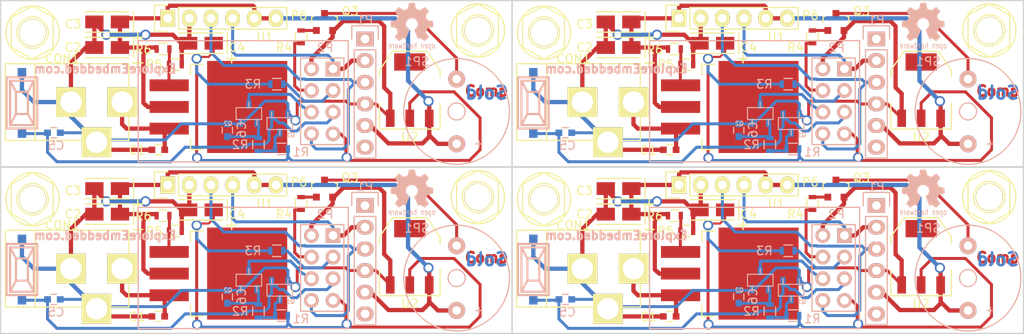
<source format=kicad_pcb>
(kicad_pcb (version 4) (host pcbnew "(2015-01-16 BZR 5376)-product")
  (layers (0 F.Cu signal) (31 B.Cu signal) (34 B.Paste user) (35 F.Paste user) (36 B.SilkS user) (37 F.SilkS user) (38 B.Mask user) (39 F.Mask user) (44 Edge.Cuts user))
  (net 0 "")
  (net 1 "Net-(C1-Pad1)")
  (net 2 GND)
  (net 3 +5V)
  (net 4 +3V3)
  (net 5 /RESET)
  (net 6 "Net-(C6-Pad1)")
  (net 7 /TX)
  (net 8 "Net-(P2-Pad3)")
  (net 9 /BUZ)
  (net 10 /GPIO0)
  (net 11 /RX)
  (net 12 "Net-(Q3-Pad1)")
  (net 13 "Net-(Q3-Pad3)")
  (net 14 "Net-(Q1-PadD)")
  (net 15 "Net-(R5-Pad1)")
  (net 16 "Net-(P1-Pad1)")
  (net 17 "Net-(P1-Pad6)")
  (module EE:M3_mounting (layer F.Cu) (at 149.75 80.75)
    (fp_text reference P4 hide)
    (fp_text value CONN_01X01 hide)
    (pad "" np_thru_hole circle (at 0 0) (size 3.2 3.2) (drill 3) (layers *.Cu *.Mask F.SilkS))
  )
  (module Pin_Headers:Pin_Header_Straight_1x06 (layer B.Cu) (at 188.75 81.5 180)
    (fp_text reference P1 (at 0 2.25 180) (layer B.SilkS) (effects (justify mirror)))
    (fp_text value "HC-05 Bluetooth" hide)
    (pad 1 thru_hole rect (at 0 0 180) (size 2.032 1.7272) (drill 1.016) (layers *.Cu *.Mask B.SilkS) (net 16 "Net-(P1-Pad1)"))
    (pad 2 thru_hole oval (at 0 -2.54 180) (size 2.032 1.7272) (drill 1.016) (layers *.Cu *.Mask B.SilkS) (net 7 /TX))
    (pad 3 thru_hole oval (at 0 -5.08 180) (size 2.032 1.7272) (drill 1.016) (layers *.Cu *.Mask B.SilkS) (net 11 /RX))
    (pad 4 thru_hole oval (at 0 -7.62 180) (size 2.032 1.7272) (drill 1.016) (layers *.Cu *.Mask B.SilkS) (net 2 GND))
    (pad 5 thru_hole oval (at 0 -10.16 180) (size 2.032 1.7272) (drill 1.016) (layers *.Cu *.Mask B.SilkS) (net 3 +5V))
    (pad 6 thru_hole oval (at 0 -12.7 180) (size 2.032 1.7272) (drill 1.016) (layers *.Cu *.Mask B.SilkS) (net 17 "Net-(P1-Pad6)"))
  )
  (module Logo:Logo_silk_OSHW_6x6mm (layer B.Cu) (at 194.25 79.5 180)
    (fp_text reference G*** hide)
    (fp_text value LOGO hide)
  )
  (module TO_SOT_Packages_SMD:TO-263-3Lead (layer F.Cu) (at 165.775 89.475)
    (fp_text reference U1 (at 11.225 -8.225 180) (layer F.SilkS))
    (fp_text value LM317S hide)
    (pad 2 smd rect (at 0 0) (size 4.6 1.39) (layers F.Cu F.Paste F.Mask) (net 3 +5V))
    (pad 4 smd rect (at 9.15 0) (size 9.4 10.8) (layers F.Cu F.Paste F.Mask))
    (pad 3 smd rect (at 0 2.54) (size 4.6 1.39) (layers F.Cu F.Paste F.Mask) (net 1 "Net-(C1-Pad1)"))
    (pad 1 smd rect (at 0 -2.54) (size 4.6 1.39) (layers F.Cu F.Paste F.Mask) (net 15 "Net-(R5-Pad1)"))
  )
  (module Resistors_SMD:R_0603 (layer F.Cu) (at 165.05 82.675)
    (fp_text reference R6 (at -2.3 0.075) (layer F.SilkS))
    (fp_text value R hide)
    (pad 1 smd rect (at -0.75 0) (size 0.5 0.9) (layers F.Cu F.Paste F.Mask) (net 3 +5V))
    (pad 2 smd rect (at 0.75 0) (size 0.5 0.9) (layers F.Cu F.Paste F.Mask) (net 15 "Net-(R5-Pad1)"))
  )
  (module Resistors_SMD:R_0603 (layer F.Cu) (at 166.5 84.5)
    (fp_text reference R5 (at -2.5 0) (layer F.SilkS))
    (fp_text value R hide)
    (pad 1 smd rect (at -0.75 0) (size 0.5 0.9) (layers F.Cu F.Paste F.Mask) (net 15 "Net-(R5-Pad1)"))
    (pad 2 smd rect (at 0.75 0) (size 0.5 0.9) (layers F.Cu F.Paste F.Mask) (net 2 GND))
  )
  (module Capacitors_Tantalum_SMD:TantalC_SizeA_EIA-3216_Wave (layer F.Cu) (at 158.5 82.5 180)
    (fp_text reference C2 (at 4 0 360) (layer F.SilkS))
    (fp_text value CP1 hide)
    (fp_text user + (at -3.59918 -1.80086 180) (layer F.SilkS))
    (pad 2 smd rect (at 1.50114 0 180) (size 2.14884 1.50114) (layers F.Cu F.Paste F.Mask) (net 2 GND))
    (pad 1 smd rect (at -1.50114 0 180) (size 2.14884 1.50114) (layers F.Cu F.Paste F.Mask) (net 3 +5V))
  )
  (module sw:smd_push (layer B.Cu) (at 148.5 89 270)
    (fp_text reference SW1 hide)
    (fp_text value SW_PUSH hide)
    (pad 1 smd rect (at -3.59918 0 270) (size 1.00076 1.00076) (layers B.Cu B.Paste B.Mask) (net 2 GND))
    (pad 2 smd rect (at 3.59918 0 270) (size 1.00076 1.00076) (layers B.Cu B.Paste B.Mask) (net 5 /RESET))
  )
  (module TO_SOT_Packages_SMD:SOT-223 (layer F.Cu) (at 194 87.5)
    (fp_text reference U2 (at 0 5.5) (layer F.SilkS))
    (fp_text value 1117-3.3 hide)
    (pad 4 smd rect (at 0 -3.302) (size 3.6576 2.032) (layers F.Cu F.Paste F.Mask))
    (pad 2 smd rect (at 0 3.302) (size 1.016 2.032) (layers F.Cu F.Paste F.Mask) (net 4 +3V3))
    (pad 3 smd rect (at 2.286 3.302) (size 1.016 2.032) (layers F.Cu F.Paste F.Mask) (net 3 +5V))
    (pad 1 smd rect (at -2.286 3.302) (size 1.016 2.032) (layers F.Cu F.Paste F.Mask) (net 2 GND))
  )
  (module Buzzers_Beepers:Buzzer_12x9.5RM7.6 (layer B.Cu) (at 199.5 90 90)
    (fp_text reference SP1 (at 5.85 -4.675 180) (layer B.SilkS) (effects (justify mirror)))
    (fp_text value SPEAKER hide)
    (fp_text user + (at -3.81 2.54 90) (layer B.SilkS) (effects (justify mirror)))
    (pad 1 thru_hole circle (at -3.79984 0 90) (size 2 2) (drill 1.00076) (layers *.Cu *.Mask B.SilkS) (net 3 +5V))
    (pad 2 thru_hole circle (at 3.79984 0 90) (size 2 2) (drill 1.00076) (layers *.Cu *.Mask B.SilkS) (net 13 "Net-(Q3-Pad3)"))
  )
  (module Resistors_SMD:R_0603 (layer F.Cu) (at 181.25 81.25 270)
    (fp_text reference R4 (at 1.25 2 540) (layer F.SilkS))
    (fp_text value 330E hide)
    (pad 1 smd rect (at -0.75 0 270) (size 0.5 0.9) (layers F.Cu F.Paste F.Mask) (net 12 "Net-(Q3-Pad1)"))
    (pad 2 smd rect (at 0.75 0 270) (size 0.5 0.9) (layers F.Cu F.Paste F.Mask) (net 9 /BUZ))
  )
  (module Resistors_SMD:R_0603 (layer B.Cu) (at 178.4 86.8)
    (fp_text reference R3 (at -2.8 0) (layer B.SilkS) (effects (justify mirror)))
    (fp_text value 47K hide)
    (pad 1 smd rect (at -0.75 0) (size 0.5 0.9) (layers B.Cu B.Paste B.Mask) (net 4 +3V3))
    (pad 2 smd rect (at 0.75 0) (size 0.5 0.9) (layers B.Cu B.Paste B.Mask) (net 8 "Net-(P2-Pad3)"))
  )
  (module Resistors_SMD:R_0603 (layer B.Cu) (at 176.25 93.875 270)
    (fp_text reference R2 (at 0.025 2.15 540) (layer B.SilkS) (effects (justify mirror)))
    (fp_text value 100K hide)
    (pad 1 smd rect (at -0.75 0 270) (size 0.5 0.9) (layers B.Cu B.Paste B.Mask) (net 6 "Net-(C6-Pad1)"))
    (pad 2 smd rect (at 0.75 0 270) (size 0.5 0.9) (layers B.Cu B.Paste B.Mask) (net 14 "Net-(Q1-PadD)"))
  )
  (module Resistors_SMD:R_0603 (layer B.Cu) (at 178.95 94.4 180)
    (fp_text reference R1 (at -2.275 -0.375 180) (layer B.SilkS) (effects (justify mirror)))
    (fp_text value 470K hide)
    (pad 1 smd rect (at -0.75 0 180) (size 0.5 0.9) (layers B.Cu B.Paste B.Mask) (net 4 +3V3))
    (pad 2 smd rect (at 0.75 0 180) (size 0.5 0.9) (layers B.Cu B.Paste B.Mask) (net 14 "Net-(Q1-PadD)"))
  )
  (module TO_SOT_Packages_SMD:SOT-23 (layer F.Cu) (at 184 79.5)
    (fp_text reference Q3 (at 3 -1.25 180) (layer F.SilkS))
    (fp_text value BC847 hide)
    (pad 1 smd rect (at -0.95 1.00076) (size 0.8001 0.8001) (layers F.Cu F.Paste F.Mask) (net 12 "Net-(Q3-Pad1)"))
    (pad 2 smd rect (at 0.95 1.00076) (size 0.8001 0.8001) (layers F.Cu F.Paste F.Mask) (net 2 GND))
    (pad 3 smd rect (at 0 -0.99822) (size 0.8001 0.8001) (layers F.Cu F.Paste F.Mask) (net 13 "Net-(Q3-Pad3)"))
  )
  (module Pin_Headers:Pin_Header_Straight_1x06 (layer F.Cu) (at 165.6 79.075 90)
    (fp_text reference P6 (at 0.325 15.4 180) (layer F.SilkS))
    (fp_text value "2.3\" Display Conn" hide)
    (pad 1 thru_hole rect (at 0 0 90) (size 2.032 1.7272) (drill 1.016) (layers *.Cu *.Mask F.SilkS) (net 3 +5V))
    (pad 2 thru_hole oval (at 0 2.54 90) (size 2.032 1.7272) (drill 1.016) (layers *.Cu *.Mask F.SilkS) (net 2 GND))
    (pad 3 thru_hole oval (at 0 5.08 90) (size 2.032 1.7272) (drill 1.016) (layers *.Cu *.Mask F.SilkS) (net 11 /RX))
    (pad 4 thru_hole oval (at 0 7.62 90) (size 2.032 1.7272) (drill 1.016) (layers *.Cu *.Mask F.SilkS) (net 7 /TX))
    (pad 5 thru_hole oval (at 0 10.16 90) (size 2.032 1.7272) (drill 1.016) (layers *.Cu *.Mask F.SilkS) (net 3 +5V))
    (pad 6 thru_hole oval (at 0 12.7 90) (size 2.032 1.7272) (drill 1.016) (layers *.Cu *.Mask F.SilkS) (net 3 +5V))
  )
  (module EE:M3_mounting (layer F.Cu) (at 202 80.5)
    (fp_text reference P3 hide)
    (fp_text value CONN_01X01 hide)
    (pad "" np_thru_hole circle (at 0 0) (size 3.2 3.2) (drill 3) (layers *.Cu *.Mask F.SilkS))
  )
  (module Connect:BARREL_JACK (layer F.Cu) (at 154.05 88.9)
    (fp_text reference CON1 (at -0.85 -5.1 180) (layer F.SilkS))
    (fp_text value 9V/2A)
    (pad 1 thru_hole rect (at 6.20014 0) (size 3.50012 3.50012) (drill 2.5) (layers *.Cu *.Mask F.SilkS) (net 1 "Net-(C1-Pad1)"))
    (pad 2 thru_hole rect (at 0.20066 0) (size 3.50012 3.50012) (drill 2.5) (layers *.Cu *.Mask F.SilkS) (net 2 GND))
    (pad 3 thru_hole rect (at 3.2004 4.699) (size 3.50012 3.50012) (drill 2.5) (layers *.Cu *.Mask F.SilkS) (net 2 GND))
  )
  (module Capacitors_SMD:C_0603 (layer B.Cu) (at 172.6 92.2 90)
    (fp_text reference C6 (at 0.05 1.675 90) (layer B.SilkS) (effects (justify mirror)))
    (fp_text value 2u2 hide)
    (pad 1 smd rect (at -0.75 0 90) (size 0.8 0.75) (layers B.Cu B.Paste B.Mask) (net 6 "Net-(C6-Pad1)"))
    (pad 2 smd rect (at 0.75 0 90) (size 0.8 0.75) (layers B.Cu B.Paste B.Mask) (net 2 GND))
  )
  (module Capacitors_SMD:C_0603 (layer B.Cu) (at 152.25 92.5)
    (fp_text reference C5 (at 0.25 1.5 180) (layer B.SilkS) (effects (justify mirror)))
    (fp_text value 0.1u hide)
    (pad 1 smd rect (at -0.75 0) (size 0.8 0.75) (layers B.Cu B.Paste B.Mask) (net 5 /RESET))
    (pad 2 smd rect (at 0.75 0) (size 0.8 0.75) (layers B.Cu B.Paste B.Mask) (net 2 GND))
  )
  (module Capacitors_Tantalum_SMD:TantalC_SizeA_EIA-3216_Wave (layer F.Cu) (at 169.5 82 180)
    (fp_text reference C4 (at -4.25 -0.5 180) (layer F.SilkS))
    (fp_text value 10u hide)
    (fp_text user + (at -3.59918 -1.80086 180) (layer F.SilkS))
    (pad 2 smd rect (at 1.50114 0 180) (size 2.14884 1.50114) (layers F.Cu F.Paste F.Mask) (net 2 GND))
    (pad 1 smd rect (at -1.50114 0 180) (size 2.14884 1.50114) (layers F.Cu F.Paste F.Mask) (net 4 +3V3))
  )
  (module Capacitors_Tantalum_SMD:TantalC_SizeA_EIA-3216_Wave (layer F.Cu) (at 158.5 79.5 180)
    (fp_text reference C3 (at 4 -0.25 360) (layer F.SilkS))
    (fp_text value 4u7 hide)
    (fp_text user + (at -3.59918 -1.80086 180) (layer F.SilkS))
    (pad 2 smd rect (at 1.50114 0 180) (size 2.14884 1.50114) (layers F.Cu F.Paste F.Mask) (net 2 GND))
    (pad 1 smd rect (at -1.50114 0 180) (size 2.14884 1.50114) (layers F.Cu F.Paste F.Mask) (net 3 +5V))
  )
  (module Capacitors_SMD:C_0603 (layer F.Cu) (at 164.5 94.5 180)
    (fp_text reference C1 (at 2.5 -0.05 360) (layer F.SilkS))
    (fp_text value 0.1uF hide)
    (pad 1 smd rect (at -0.75 0 180) (size 0.8 0.75) (layers F.Cu F.Paste F.Mask) (net 1 "Net-(C1-Pad1)"))
    (pad 2 smd rect (at 0.75 0 180) (size 0.8 0.75) (layers F.Cu F.Paste F.Mask) (net 2 GND))
  )
  (module "SMD Ttorransis:sot23" (layer B.Cu) (at 175.125 90.25 180)
    (fp_text reference Q2 (at 2.45 -1.175 180) (layer B.SilkS) (effects (font (size 0.50038 0.50038) (thickness 0.09906)) (justify mirror)))
    (fp_text value BSS138 hide)
    (pad G smd rect (at -0.9525 -1.05664 180) (size 0.59944 1.00076) (layers B.Cu B.Paste B.Mask) (net 6 "Net-(C6-Pad1)"))
    (pad D smd rect (at 0 1.05664 180) (size 0.59944 1.00076) (layers B.Cu B.Paste B.Mask) (net 10 /GPIO0))
    (pad S smd rect (at 0.9525 -1.05664 180) (size 0.59944 1.00076) (layers B.Cu B.Paste B.Mask) (net 2 GND))
  )
  (module "SMD Ttorransis:sot23" (layer B.Cu) (at 178.75 91.425)
    (fp_text reference Q1 (at 1.25 1.325) (layer B.SilkS) (effects (font (size 0.50038 0.50038) (thickness 0.09906)) (justify mirror)))
    (fp_text value BSS138 hide)
    (pad G smd rect (at -0.9525 -1.05664) (size 0.59944 1.00076) (layers B.Cu B.Paste B.Mask) (net 5 /RESET))
    (pad D smd rect (at 0 1.05664) (size 0.59944 1.00076) (layers B.Cu B.Paste B.Mask) (net 14 "Net-(Q1-PadD)"))
    (pad S smd rect (at 0.9525 -1.05664) (size 0.59944 1.00076) (layers B.Cu B.Paste B.Mask) (net 2 GND))
  )
  (module ESP8266:ESP-01 (layer B.Cu) (at 185 85 180)
    (fp_text reference P2 (at 0.925 2.475 180) (layer B.SilkS) (effects (justify mirror)))
    (fp_text value "ESP8266 - 01" hide)
    (pad 1 thru_hole rect (at 0 0 180) (size 1.7272 1.7272) (drill 1.016) (layers *.Cu *.Mask B.SilkS) (net 7 /TX))
    (pad 2 thru_hole oval (at 2.54 0 180) (size 1.7272 1.7272) (drill 1.016) (layers *.Cu *.Mask B.SilkS) (net 2 GND))
    (pad 3 thru_hole oval (at 0 -2.54 180) (size 1.7272 1.7272) (drill 1.016) (layers *.Cu *.Mask B.SilkS) (net 8 "Net-(P2-Pad3)"))
    (pad 4 thru_hole oval (at 2.54 -2.54 180) (size 1.7272 1.7272) (drill 1.016) (layers *.Cu *.Mask B.SilkS) (net 9 /BUZ))
    (pad 5 thru_hole oval (at 0 -5.08 180) (size 1.7272 1.7272) (drill 1.016) (layers *.Cu *.Mask B.SilkS) (net 5 /RESET))
    (pad 6 thru_hole oval (at 2.54 -5.08 180) (size 1.7272 1.7272) (drill 1.016) (layers *.Cu *.Mask B.SilkS) (net 10 /GPIO0))
    (pad 7 thru_hole oval (at 0 -7.62 180) (size 1.7272 1.7272) (drill 1.016) (layers *.Cu *.Mask B.SilkS) (net 4 +3V3))
    (pad 8 thru_hole oval (at 2.54 -7.62 180) (size 1.7272 1.7272) (drill 1.016) (layers *.Cu *.Mask B.SilkS) (net 11 /RX))
  )
  (module ESP8266:ESP-01 (layer B.Cu) (at 185 104.55 180)
    (fp_text reference P2 (at 0.925 2.475 180) (layer B.SilkS) (effects (justify mirror)))
    (fp_text value "ESP8266 - 01" hide)
    (pad 1 thru_hole rect (at 0 0 180) (size 1.7272 1.7272) (drill 1.016) (layers *.Cu *.Mask B.SilkS) (net 7 /TX))
    (pad 2 thru_hole oval (at 2.54 0 180) (size 1.7272 1.7272) (drill 1.016) (layers *.Cu *.Mask B.SilkS) (net 2 GND))
    (pad 3 thru_hole oval (at 0 -2.54 180) (size 1.7272 1.7272) (drill 1.016) (layers *.Cu *.Mask B.SilkS) (net 8 "Net-(P2-Pad3)"))
    (pad 4 thru_hole oval (at 2.54 -2.54 180) (size 1.7272 1.7272) (drill 1.016) (layers *.Cu *.Mask B.SilkS) (net 9 /BUZ))
    (pad 5 thru_hole oval (at 0 -5.08 180) (size 1.7272 1.7272) (drill 1.016) (layers *.Cu *.Mask B.SilkS) (net 5 /RESET))
    (pad 6 thru_hole oval (at 2.54 -5.08 180) (size 1.7272 1.7272) (drill 1.016) (layers *.Cu *.Mask B.SilkS) (net 10 /GPIO0))
    (pad 7 thru_hole oval (at 0 -7.62 180) (size 1.7272 1.7272) (drill 1.016) (layers *.Cu *.Mask B.SilkS) (net 4 +3V3))
    (pad 8 thru_hole oval (at 2.54 -7.62 180) (size 1.7272 1.7272) (drill 1.016) (layers *.Cu *.Mask B.SilkS) (net 11 /RX))
  )
  (module "SMD Ttorransis:sot23" (layer B.Cu) (at 178.75 110.975)
    (fp_text reference Q1 (at 1.25 1.325) (layer B.SilkS) (effects (font (size 0.50038 0.50038) (thickness 0.09906)) (justify mirror)))
    (fp_text value BSS138 hide)
    (pad G smd rect (at -0.9525 -1.05664) (size 0.59944 1.00076) (layers B.Cu B.Paste B.Mask) (net 5 /RESET))
    (pad D smd rect (at 0 1.05664) (size 0.59944 1.00076) (layers B.Cu B.Paste B.Mask) (net 14 "Net-(Q1-PadD)"))
    (pad S smd rect (at 0.9525 -1.05664) (size 0.59944 1.00076) (layers B.Cu B.Paste B.Mask) (net 2 GND))
  )
  (module "SMD Ttorransis:sot23" (layer B.Cu) (at 175.125 109.8 180)
    (fp_text reference Q2 (at 2.45 -1.175 180) (layer B.SilkS) (effects (font (size 0.50038 0.50038) (thickness 0.09906)) (justify mirror)))
    (fp_text value BSS138 hide)
    (pad G smd rect (at -0.9525 -1.05664 180) (size 0.59944 1.00076) (layers B.Cu B.Paste B.Mask) (net 6 "Net-(C6-Pad1)"))
    (pad D smd rect (at 0 1.05664 180) (size 0.59944 1.00076) (layers B.Cu B.Paste B.Mask) (net 10 /GPIO0))
    (pad S smd rect (at 0.9525 -1.05664 180) (size 0.59944 1.00076) (layers B.Cu B.Paste B.Mask) (net 2 GND))
  )
  (module Capacitors_SMD:C_0603 (layer F.Cu) (at 164.5 114.05 180)
    (fp_text reference C1 (at 2.5 -0.05 360) (layer F.SilkS))
    (fp_text value 0.1uF hide)
    (pad 1 smd rect (at -0.75 0 180) (size 0.8 0.75) (layers F.Cu F.Paste F.Mask) (net 1 "Net-(C1-Pad1)"))
    (pad 2 smd rect (at 0.75 0 180) (size 0.8 0.75) (layers F.Cu F.Paste F.Mask) (net 2 GND))
  )
  (module Capacitors_Tantalum_SMD:TantalC_SizeA_EIA-3216_Wave (layer F.Cu) (at 158.5 99.05 180)
    (fp_text reference C3 (at 4 -0.25 360) (layer F.SilkS))
    (fp_text value 4u7 hide)
    (fp_text user + (at -3.59918 -1.80086 180) (layer F.SilkS))
    (pad 2 smd rect (at 1.50114 0 180) (size 2.14884 1.50114) (layers F.Cu F.Paste F.Mask) (net 2 GND))
    (pad 1 smd rect (at -1.50114 0 180) (size 2.14884 1.50114) (layers F.Cu F.Paste F.Mask) (net 3 +5V))
  )
  (module Capacitors_Tantalum_SMD:TantalC_SizeA_EIA-3216_Wave (layer F.Cu) (at 169.5 101.55 180)
    (fp_text reference C4 (at -4.25 -0.5 180) (layer F.SilkS))
    (fp_text value 10u hide)
    (fp_text user + (at -3.59918 -1.80086 180) (layer F.SilkS))
    (pad 2 smd rect (at 1.50114 0 180) (size 2.14884 1.50114) (layers F.Cu F.Paste F.Mask) (net 2 GND))
    (pad 1 smd rect (at -1.50114 0 180) (size 2.14884 1.50114) (layers F.Cu F.Paste F.Mask) (net 4 +3V3))
  )
  (module Capacitors_SMD:C_0603 (layer B.Cu) (at 152.25 112.05)
    (fp_text reference C5 (at 0.25 1.5 180) (layer B.SilkS) (effects (justify mirror)))
    (fp_text value 0.1u hide)
    (pad 1 smd rect (at -0.75 0) (size 0.8 0.75) (layers B.Cu B.Paste B.Mask) (net 5 /RESET))
    (pad 2 smd rect (at 0.75 0) (size 0.8 0.75) (layers B.Cu B.Paste B.Mask) (net 2 GND))
  )
  (module Capacitors_SMD:C_0603 (layer B.Cu) (at 172.6 111.75 90)
    (fp_text reference C6 (at 0.05 1.675 90) (layer B.SilkS) (effects (justify mirror)))
    (fp_text value 2u2 hide)
    (pad 1 smd rect (at -0.75 0 90) (size 0.8 0.75) (layers B.Cu B.Paste B.Mask) (net 6 "Net-(C6-Pad1)"))
    (pad 2 smd rect (at 0.75 0 90) (size 0.8 0.75) (layers B.Cu B.Paste B.Mask) (net 2 GND))
  )
  (module Connect:BARREL_JACK (layer F.Cu) (at 154.05 108.45)
    (fp_text reference CON1 (at -0.85 -5.1 180) (layer F.SilkS))
    (fp_text value 9V/2A)
    (pad 1 thru_hole rect (at 6.20014 0) (size 3.50012 3.50012) (drill 2.5) (layers *.Cu *.Mask F.SilkS) (net 1 "Net-(C1-Pad1)"))
    (pad 2 thru_hole rect (at 0.20066 0) (size 3.50012 3.50012) (drill 2.5) (layers *.Cu *.Mask F.SilkS) (net 2 GND))
    (pad 3 thru_hole rect (at 3.2004 4.699) (size 3.50012 3.50012) (drill 2.5) (layers *.Cu *.Mask F.SilkS) (net 2 GND))
  )
  (module EE:M3_mounting (layer F.Cu) (at 202 100.05)
    (fp_text reference P3 hide)
    (fp_text value CONN_01X01 hide)
    (pad "" np_thru_hole circle (at 0 0) (size 3.2 3.2) (drill 3) (layers *.Cu *.Mask F.SilkS))
  )
  (module Pin_Headers:Pin_Header_Straight_1x06 (layer F.Cu) (at 165.6 98.625 90)
    (fp_text reference P6 (at 0.325 15.4 180) (layer F.SilkS))
    (fp_text value "2.3\" Display Conn" hide)
    (pad 1 thru_hole rect (at 0 0 90) (size 2.032 1.7272) (drill 1.016) (layers *.Cu *.Mask F.SilkS) (net 3 +5V))
    (pad 2 thru_hole oval (at 0 2.54 90) (size 2.032 1.7272) (drill 1.016) (layers *.Cu *.Mask F.SilkS) (net 2 GND))
    (pad 3 thru_hole oval (at 0 5.08 90) (size 2.032 1.7272) (drill 1.016) (layers *.Cu *.Mask F.SilkS) (net 11 /RX))
    (pad 4 thru_hole oval (at 0 7.62 90) (size 2.032 1.7272) (drill 1.016) (layers *.Cu *.Mask F.SilkS) (net 7 /TX))
    (pad 5 thru_hole oval (at 0 10.16 90) (size 2.032 1.7272) (drill 1.016) (layers *.Cu *.Mask F.SilkS) (net 3 +5V))
    (pad 6 thru_hole oval (at 0 12.7 90) (size 2.032 1.7272) (drill 1.016) (layers *.Cu *.Mask F.SilkS) (net 3 +5V))
  )
  (module TO_SOT_Packages_SMD:SOT-23 (layer F.Cu) (at 184 99.05)
    (fp_text reference Q3 (at 3 -1.25 180) (layer F.SilkS))
    (fp_text value BC847 hide)
    (pad 1 smd rect (at -0.95 1.00076) (size 0.8001 0.8001) (layers F.Cu F.Paste F.Mask) (net 12 "Net-(Q3-Pad1)"))
    (pad 2 smd rect (at 0.95 1.00076) (size 0.8001 0.8001) (layers F.Cu F.Paste F.Mask) (net 2 GND))
    (pad 3 smd rect (at 0 -0.99822) (size 0.8001 0.8001) (layers F.Cu F.Paste F.Mask) (net 13 "Net-(Q3-Pad3)"))
  )
  (module Resistors_SMD:R_0603 (layer B.Cu) (at 178.95 113.95 180)
    (fp_text reference R1 (at -2.275 -0.375 180) (layer B.SilkS) (effects (justify mirror)))
    (fp_text value 470K hide)
    (pad 1 smd rect (at -0.75 0 180) (size 0.5 0.9) (layers B.Cu B.Paste B.Mask) (net 4 +3V3))
    (pad 2 smd rect (at 0.75 0 180) (size 0.5 0.9) (layers B.Cu B.Paste B.Mask) (net 14 "Net-(Q1-PadD)"))
  )
  (module Resistors_SMD:R_0603 (layer B.Cu) (at 176.25 113.425 270)
    (fp_text reference R2 (at 0.025 2.15 540) (layer B.SilkS) (effects (justify mirror)))
    (fp_text value 100K hide)
    (pad 1 smd rect (at -0.75 0 270) (size 0.5 0.9) (layers B.Cu B.Paste B.Mask) (net 6 "Net-(C6-Pad1)"))
    (pad 2 smd rect (at 0.75 0 270) (size 0.5 0.9) (layers B.Cu B.Paste B.Mask) (net 14 "Net-(Q1-PadD)"))
  )
  (module Resistors_SMD:R_0603 (layer B.Cu) (at 178.4 106.35)
    (fp_text reference R3 (at -2.8 0) (layer B.SilkS) (effects (justify mirror)))
    (fp_text value 47K hide)
    (pad 1 smd rect (at -0.75 0) (size 0.5 0.9) (layers B.Cu B.Paste B.Mask) (net 4 +3V3))
    (pad 2 smd rect (at 0.75 0) (size 0.5 0.9) (layers B.Cu B.Paste B.Mask) (net 8 "Net-(P2-Pad3)"))
  )
  (module Resistors_SMD:R_0603 (layer F.Cu) (at 181.25 100.8 270)
    (fp_text reference R4 (at 1.25 2 540) (layer F.SilkS))
    (fp_text value 330E hide)
    (pad 1 smd rect (at -0.75 0 270) (size 0.5 0.9) (layers F.Cu F.Paste F.Mask) (net 12 "Net-(Q3-Pad1)"))
    (pad 2 smd rect (at 0.75 0 270) (size 0.5 0.9) (layers F.Cu F.Paste F.Mask) (net 9 /BUZ))
  )
  (module Buzzers_Beepers:Buzzer_12x9.5RM7.6 (layer B.Cu) (at 199.5 109.55 90)
    (fp_text reference SP1 (at 5.85 -4.675 180) (layer B.SilkS) (effects (justify mirror)))
    (fp_text value SPEAKER hide)
    (fp_text user + (at -3.81 2.54 90) (layer B.SilkS) (effects (justify mirror)))
    (pad 1 thru_hole circle (at -3.79984 0 90) (size 2 2) (drill 1.00076) (layers *.Cu *.Mask B.SilkS) (net 3 +5V))
    (pad 2 thru_hole circle (at 3.79984 0 90) (size 2 2) (drill 1.00076) (layers *.Cu *.Mask B.SilkS) (net 13 "Net-(Q3-Pad3)"))
  )
  (module TO_SOT_Packages_SMD:SOT-223 (layer F.Cu) (at 194 107.05)
    (fp_text reference U2 (at 0 5.5) (layer F.SilkS))
    (fp_text value 1117-3.3 hide)
    (pad 4 smd rect (at 0 -3.302) (size 3.6576 2.032) (layers F.Cu F.Paste F.Mask))
    (pad 2 smd rect (at 0 3.302) (size 1.016 2.032) (layers F.Cu F.Paste F.Mask) (net 4 +3V3))
    (pad 3 smd rect (at 2.286 3.302) (size 1.016 2.032) (layers F.Cu F.Paste F.Mask) (net 3 +5V))
    (pad 1 smd rect (at -2.286 3.302) (size 1.016 2.032) (layers F.Cu F.Paste F.Mask) (net 2 GND))
  )
  (module sw:smd_push (layer B.Cu) (at 148.5 108.55 270)
    (fp_text reference SW1 hide)
    (fp_text value SW_PUSH hide)
    (pad 1 smd rect (at -3.59918 0 270) (size 1.00076 1.00076) (layers B.Cu B.Paste B.Mask) (net 2 GND))
    (pad 2 smd rect (at 3.59918 0 270) (size 1.00076 1.00076) (layers B.Cu B.Paste B.Mask) (net 5 /RESET))
  )
  (module Capacitors_Tantalum_SMD:TantalC_SizeA_EIA-3216_Wave (layer F.Cu) (at 158.5 102.05 180)
    (fp_text reference C2 (at 4 0 360) (layer F.SilkS))
    (fp_text value CP1 hide)
    (fp_text user + (at -3.59918 -1.80086 180) (layer F.SilkS))
    (pad 2 smd rect (at 1.50114 0 180) (size 2.14884 1.50114) (layers F.Cu F.Paste F.Mask) (net 2 GND))
    (pad 1 smd rect (at -1.50114 0 180) (size 2.14884 1.50114) (layers F.Cu F.Paste F.Mask) (net 3 +5V))
  )
  (module Resistors_SMD:R_0603 (layer F.Cu) (at 166.5 104.05)
    (fp_text reference R5 (at -2.5 0) (layer F.SilkS))
    (fp_text value R hide)
    (pad 1 smd rect (at -0.75 0) (size 0.5 0.9) (layers F.Cu F.Paste F.Mask) (net 15 "Net-(R5-Pad1)"))
    (pad 2 smd rect (at 0.75 0) (size 0.5 0.9) (layers F.Cu F.Paste F.Mask) (net 2 GND))
  )
  (module Resistors_SMD:R_0603 (layer F.Cu) (at 165.05 102.225)
    (fp_text reference R6 (at -2.3 0.075) (layer F.SilkS))
    (fp_text value R hide)
    (pad 1 smd rect (at -0.75 0) (size 0.5 0.9) (layers F.Cu F.Paste F.Mask) (net 3 +5V))
    (pad 2 smd rect (at 0.75 0) (size 0.5 0.9) (layers F.Cu F.Paste F.Mask) (net 15 "Net-(R5-Pad1)"))
  )
  (module TO_SOT_Packages_SMD:TO-263-3Lead (layer F.Cu) (at 165.775 109.025)
    (fp_text reference U1 (at 11.225 -8.225 180) (layer F.SilkS))
    (fp_text value LM317S hide)
    (pad 2 smd rect (at 0 0) (size 4.6 1.39) (layers F.Cu F.Paste F.Mask) (net 3 +5V))
    (pad 4 smd rect (at 9.15 0) (size 9.4 10.8) (layers F.Cu F.Paste F.Mask))
    (pad 3 smd rect (at 0 2.54) (size 4.6 1.39) (layers F.Cu F.Paste F.Mask) (net 1 "Net-(C1-Pad1)"))
    (pad 1 smd rect (at 0 -2.54) (size 4.6 1.39) (layers F.Cu F.Paste F.Mask) (net 15 "Net-(R5-Pad1)"))
  )
  (module Logo:Logo_silk_OSHW_6x6mm (layer B.Cu) (at 194.25 99.05 180)
    (fp_text reference G*** hide)
    (fp_text value LOGO hide)
  )
  (module Pin_Headers:Pin_Header_Straight_1x06 (layer B.Cu) (at 188.75 101.05 180)
    (fp_text reference P1 (at 0 2.25 180) (layer B.SilkS) (effects (justify mirror)))
    (fp_text value "HC-05 Bluetooth" hide)
    (pad 1 thru_hole rect (at 0 0 180) (size 2.032 1.7272) (drill 1.016) (layers *.Cu *.Mask B.SilkS) (net 16 "Net-(P1-Pad1)"))
    (pad 2 thru_hole oval (at 0 -2.54 180) (size 2.032 1.7272) (drill 1.016) (layers *.Cu *.Mask B.SilkS) (net 7 /TX))
    (pad 3 thru_hole oval (at 0 -5.08 180) (size 2.032 1.7272) (drill 1.016) (layers *.Cu *.Mask B.SilkS) (net 11 /RX))
    (pad 4 thru_hole oval (at 0 -7.62 180) (size 2.032 1.7272) (drill 1.016) (layers *.Cu *.Mask B.SilkS) (net 2 GND))
    (pad 5 thru_hole oval (at 0 -10.16 180) (size 2.032 1.7272) (drill 1.016) (layers *.Cu *.Mask B.SilkS) (net 3 +5V))
    (pad 6 thru_hole oval (at 0 -12.7 180) (size 2.032 1.7272) (drill 1.016) (layers *.Cu *.Mask B.SilkS) (net 17 "Net-(P1-Pad6)"))
  )
  (module EE:M3_mounting (layer F.Cu) (at 149.75 100.3)
    (fp_text reference P4 hide)
    (fp_text value CONN_01X01 hide)
    (pad "" np_thru_hole circle (at 0 0) (size 3.2 3.2) (drill 3) (layers *.Cu *.Mask F.SilkS))
  )
  (module EE:M3_mounting (layer F.Cu) (at 89.75 100.3)
    (fp_text reference P4 hide)
    (fp_text value CONN_01X01 hide)
    (pad "" np_thru_hole circle (at 0 0) (size 3.2 3.2) (drill 3) (layers *.Cu *.Mask F.SilkS))
  )
  (module Pin_Headers:Pin_Header_Straight_1x06 (layer B.Cu) (at 128.75 101.05 180)
    (fp_text reference P1 (at 0 2.25 180) (layer B.SilkS) (effects (justify mirror)))
    (fp_text value "HC-05 Bluetooth" hide)
    (pad 1 thru_hole rect (at 0 0 180) (size 2.032 1.7272) (drill 1.016) (layers *.Cu *.Mask B.SilkS) (net 16 "Net-(P1-Pad1)"))
    (pad 2 thru_hole oval (at 0 -2.54 180) (size 2.032 1.7272) (drill 1.016) (layers *.Cu *.Mask B.SilkS) (net 7 /TX))
    (pad 3 thru_hole oval (at 0 -5.08 180) (size 2.032 1.7272) (drill 1.016) (layers *.Cu *.Mask B.SilkS) (net 11 /RX))
    (pad 4 thru_hole oval (at 0 -7.62 180) (size 2.032 1.7272) (drill 1.016) (layers *.Cu *.Mask B.SilkS) (net 2 GND))
    (pad 5 thru_hole oval (at 0 -10.16 180) (size 2.032 1.7272) (drill 1.016) (layers *.Cu *.Mask B.SilkS) (net 3 +5V))
    (pad 6 thru_hole oval (at 0 -12.7 180) (size 2.032 1.7272) (drill 1.016) (layers *.Cu *.Mask B.SilkS) (net 17 "Net-(P1-Pad6)"))
  )
  (module Logo:Logo_silk_OSHW_6x6mm (layer B.Cu) (at 134.25 99.05 180)
    (fp_text reference G*** hide)
    (fp_text value LOGO hide)
  )
  (module TO_SOT_Packages_SMD:TO-263-3Lead (layer F.Cu) (at 105.775 109.025)
    (fp_text reference U1 (at 11.225 -8.225 180) (layer F.SilkS))
    (fp_text value LM317S hide)
    (pad 2 smd rect (at 0 0) (size 4.6 1.39) (layers F.Cu F.Paste F.Mask) (net 3 +5V))
    (pad 4 smd rect (at 9.15 0) (size 9.4 10.8) (layers F.Cu F.Paste F.Mask))
    (pad 3 smd rect (at 0 2.54) (size 4.6 1.39) (layers F.Cu F.Paste F.Mask) (net 1 "Net-(C1-Pad1)"))
    (pad 1 smd rect (at 0 -2.54) (size 4.6 1.39) (layers F.Cu F.Paste F.Mask) (net 15 "Net-(R5-Pad1)"))
  )
  (module Resistors_SMD:R_0603 (layer F.Cu) (at 105.05 102.225)
    (fp_text reference R6 (at -2.3 0.075) (layer F.SilkS))
    (fp_text value R hide)
    (pad 1 smd rect (at -0.75 0) (size 0.5 0.9) (layers F.Cu F.Paste F.Mask) (net 3 +5V))
    (pad 2 smd rect (at 0.75 0) (size 0.5 0.9) (layers F.Cu F.Paste F.Mask) (net 15 "Net-(R5-Pad1)"))
  )
  (module Resistors_SMD:R_0603 (layer F.Cu) (at 106.5 104.05)
    (fp_text reference R5 (at -2.5 0) (layer F.SilkS))
    (fp_text value R hide)
    (pad 1 smd rect (at -0.75 0) (size 0.5 0.9) (layers F.Cu F.Paste F.Mask) (net 15 "Net-(R5-Pad1)"))
    (pad 2 smd rect (at 0.75 0) (size 0.5 0.9) (layers F.Cu F.Paste F.Mask) (net 2 GND))
  )
  (module Capacitors_Tantalum_SMD:TantalC_SizeA_EIA-3216_Wave (layer F.Cu) (at 98.5 102.05 180)
    (fp_text reference C2 (at 4 0 360) (layer F.SilkS))
    (fp_text value CP1 hide)
    (fp_text user + (at -3.59918 -1.80086 180) (layer F.SilkS))
    (pad 2 smd rect (at 1.50114 0 180) (size 2.14884 1.50114) (layers F.Cu F.Paste F.Mask) (net 2 GND))
    (pad 1 smd rect (at -1.50114 0 180) (size 2.14884 1.50114) (layers F.Cu F.Paste F.Mask) (net 3 +5V))
  )
  (module sw:smd_push (layer B.Cu) (at 88.5 108.55 270)
    (fp_text reference SW1 hide)
    (fp_text value SW_PUSH hide)
    (pad 1 smd rect (at -3.59918 0 270) (size 1.00076 1.00076) (layers B.Cu B.Paste B.Mask) (net 2 GND))
    (pad 2 smd rect (at 3.59918 0 270) (size 1.00076 1.00076) (layers B.Cu B.Paste B.Mask) (net 5 /RESET))
  )
  (module TO_SOT_Packages_SMD:SOT-223 (layer F.Cu) (at 134 107.05)
    (fp_text reference U2 (at 0 5.5) (layer F.SilkS))
    (fp_text value 1117-3.3 hide)
    (pad 4 smd rect (at 0 -3.302) (size 3.6576 2.032) (layers F.Cu F.Paste F.Mask))
    (pad 2 smd rect (at 0 3.302) (size 1.016 2.032) (layers F.Cu F.Paste F.Mask) (net 4 +3V3))
    (pad 3 smd rect (at 2.286 3.302) (size 1.016 2.032) (layers F.Cu F.Paste F.Mask) (net 3 +5V))
    (pad 1 smd rect (at -2.286 3.302) (size 1.016 2.032) (layers F.Cu F.Paste F.Mask) (net 2 GND))
  )
  (module Buzzers_Beepers:Buzzer_12x9.5RM7.6 (layer B.Cu) (at 139.5 109.55 90)
    (fp_text reference SP1 (at 5.85 -4.675 180) (layer B.SilkS) (effects (justify mirror)))
    (fp_text value SPEAKER hide)
    (fp_text user + (at -3.81 2.54 90) (layer B.SilkS) (effects (justify mirror)))
    (pad 1 thru_hole circle (at -3.79984 0 90) (size 2 2) (drill 1.00076) (layers *.Cu *.Mask B.SilkS) (net 3 +5V))
    (pad 2 thru_hole circle (at 3.79984 0 90) (size 2 2) (drill 1.00076) (layers *.Cu *.Mask B.SilkS) (net 13 "Net-(Q3-Pad3)"))
  )
  (module Resistors_SMD:R_0603 (layer F.Cu) (at 121.25 100.8 270)
    (fp_text reference R4 (at 1.25 2 540) (layer F.SilkS))
    (fp_text value 330E hide)
    (pad 1 smd rect (at -0.75 0 270) (size 0.5 0.9) (layers F.Cu F.Paste F.Mask) (net 12 "Net-(Q3-Pad1)"))
    (pad 2 smd rect (at 0.75 0 270) (size 0.5 0.9) (layers F.Cu F.Paste F.Mask) (net 9 /BUZ))
  )
  (module Resistors_SMD:R_0603 (layer B.Cu) (at 118.4 106.35)
    (fp_text reference R3 (at -2.8 0) (layer B.SilkS) (effects (justify mirror)))
    (fp_text value 47K hide)
    (pad 1 smd rect (at -0.75 0) (size 0.5 0.9) (layers B.Cu B.Paste B.Mask) (net 4 +3V3))
    (pad 2 smd rect (at 0.75 0) (size 0.5 0.9) (layers B.Cu B.Paste B.Mask) (net 8 "Net-(P2-Pad3)"))
  )
  (module Resistors_SMD:R_0603 (layer B.Cu) (at 116.25 113.425 270)
    (fp_text reference R2 (at 0.025 2.15 540) (layer B.SilkS) (effects (justify mirror)))
    (fp_text value 100K hide)
    (pad 1 smd rect (at -0.75 0 270) (size 0.5 0.9) (layers B.Cu B.Paste B.Mask) (net 6 "Net-(C6-Pad1)"))
    (pad 2 smd rect (at 0.75 0 270) (size 0.5 0.9) (layers B.Cu B.Paste B.Mask) (net 14 "Net-(Q1-PadD)"))
  )
  (module Resistors_SMD:R_0603 (layer B.Cu) (at 118.95 113.95 180)
    (fp_text reference R1 (at -2.275 -0.375 180) (layer B.SilkS) (effects (justify mirror)))
    (fp_text value 470K hide)
    (pad 1 smd rect (at -0.75 0 180) (size 0.5 0.9) (layers B.Cu B.Paste B.Mask) (net 4 +3V3))
    (pad 2 smd rect (at 0.75 0 180) (size 0.5 0.9) (layers B.Cu B.Paste B.Mask) (net 14 "Net-(Q1-PadD)"))
  )
  (module TO_SOT_Packages_SMD:SOT-23 (layer F.Cu) (at 124 99.05)
    (fp_text reference Q3 (at 3 -1.25 180) (layer F.SilkS))
    (fp_text value BC847 hide)
    (pad 1 smd rect (at -0.95 1.00076) (size 0.8001 0.8001) (layers F.Cu F.Paste F.Mask) (net 12 "Net-(Q3-Pad1)"))
    (pad 2 smd rect (at 0.95 1.00076) (size 0.8001 0.8001) (layers F.Cu F.Paste F.Mask) (net 2 GND))
    (pad 3 smd rect (at 0 -0.99822) (size 0.8001 0.8001) (layers F.Cu F.Paste F.Mask) (net 13 "Net-(Q3-Pad3)"))
  )
  (module Pin_Headers:Pin_Header_Straight_1x06 (layer F.Cu) (at 105.6 98.625 90)
    (fp_text reference P6 (at 0.325 15.4 180) (layer F.SilkS))
    (fp_text value "2.3\" Display Conn" hide)
    (pad 1 thru_hole rect (at 0 0 90) (size 2.032 1.7272) (drill 1.016) (layers *.Cu *.Mask F.SilkS) (net 3 +5V))
    (pad 2 thru_hole oval (at 0 2.54 90) (size 2.032 1.7272) (drill 1.016) (layers *.Cu *.Mask F.SilkS) (net 2 GND))
    (pad 3 thru_hole oval (at 0 5.08 90) (size 2.032 1.7272) (drill 1.016) (layers *.Cu *.Mask F.SilkS) (net 11 /RX))
    (pad 4 thru_hole oval (at 0 7.62 90) (size 2.032 1.7272) (drill 1.016) (layers *.Cu *.Mask F.SilkS) (net 7 /TX))
    (pad 5 thru_hole oval (at 0 10.16 90) (size 2.032 1.7272) (drill 1.016) (layers *.Cu *.Mask F.SilkS) (net 3 +5V))
    (pad 6 thru_hole oval (at 0 12.7 90) (size 2.032 1.7272) (drill 1.016) (layers *.Cu *.Mask F.SilkS) (net 3 +5V))
  )
  (module EE:M3_mounting (layer F.Cu) (at 142 100.05)
    (fp_text reference P3 hide)
    (fp_text value CONN_01X01 hide)
    (pad "" np_thru_hole circle (at 0 0) (size 3.2 3.2) (drill 3) (layers *.Cu *.Mask F.SilkS))
  )
  (module Connect:BARREL_JACK (layer F.Cu) (at 94.05 108.45)
    (fp_text reference CON1 (at -0.85 -5.1 180) (layer F.SilkS))
    (fp_text value 9V/2A)
    (pad 1 thru_hole rect (at 6.20014 0) (size 3.50012 3.50012) (drill 2.5) (layers *.Cu *.Mask F.SilkS) (net 1 "Net-(C1-Pad1)"))
    (pad 2 thru_hole rect (at 0.20066 0) (size 3.50012 3.50012) (drill 2.5) (layers *.Cu *.Mask F.SilkS) (net 2 GND))
    (pad 3 thru_hole rect (at 3.2004 4.699) (size 3.50012 3.50012) (drill 2.5) (layers *.Cu *.Mask F.SilkS) (net 2 GND))
  )
  (module Capacitors_SMD:C_0603 (layer B.Cu) (at 112.6 111.75 90)
    (fp_text reference C6 (at 0.05 1.675 90) (layer B.SilkS) (effects (justify mirror)))
    (fp_text value 2u2 hide)
    (pad 1 smd rect (at -0.75 0 90) (size 0.8 0.75) (layers B.Cu B.Paste B.Mask) (net 6 "Net-(C6-Pad1)"))
    (pad 2 smd rect (at 0.75 0 90) (size 0.8 0.75) (layers B.Cu B.Paste B.Mask) (net 2 GND))
  )
  (module Capacitors_SMD:C_0603 (layer B.Cu) (at 92.25 112.05)
    (fp_text reference C5 (at 0.25 1.5 180) (layer B.SilkS) (effects (justify mirror)))
    (fp_text value 0.1u hide)
    (pad 1 smd rect (at -0.75 0) (size 0.8 0.75) (layers B.Cu B.Paste B.Mask) (net 5 /RESET))
    (pad 2 smd rect (at 0.75 0) (size 0.8 0.75) (layers B.Cu B.Paste B.Mask) (net 2 GND))
  )
  (module Capacitors_Tantalum_SMD:TantalC_SizeA_EIA-3216_Wave (layer F.Cu) (at 109.5 101.55 180)
    (fp_text reference C4 (at -4.25 -0.5 180) (layer F.SilkS))
    (fp_text value 10u hide)
    (fp_text user + (at -3.59918 -1.80086 180) (layer F.SilkS))
    (pad 2 smd rect (at 1.50114 0 180) (size 2.14884 1.50114) (layers F.Cu F.Paste F.Mask) (net 2 GND))
    (pad 1 smd rect (at -1.50114 0 180) (size 2.14884 1.50114) (layers F.Cu F.Paste F.Mask) (net 4 +3V3))
  )
  (module Capacitors_Tantalum_SMD:TantalC_SizeA_EIA-3216_Wave (layer F.Cu) (at 98.5 99.05 180)
    (fp_text reference C3 (at 4 -0.25 360) (layer F.SilkS))
    (fp_text value 4u7 hide)
    (fp_text user + (at -3.59918 -1.80086 180) (layer F.SilkS))
    (pad 2 smd rect (at 1.50114 0 180) (size 2.14884 1.50114) (layers F.Cu F.Paste F.Mask) (net 2 GND))
    (pad 1 smd rect (at -1.50114 0 180) (size 2.14884 1.50114) (layers F.Cu F.Paste F.Mask) (net 3 +5V))
  )
  (module Capacitors_SMD:C_0603 (layer F.Cu) (at 104.5 114.05 180)
    (fp_text reference C1 (at 2.5 -0.05 360) (layer F.SilkS))
    (fp_text value 0.1uF hide)
    (pad 1 smd rect (at -0.75 0 180) (size 0.8 0.75) (layers F.Cu F.Paste F.Mask) (net 1 "Net-(C1-Pad1)"))
    (pad 2 smd rect (at 0.75 0 180) (size 0.8 0.75) (layers F.Cu F.Paste F.Mask) (net 2 GND))
  )
  (module "SMD Ttorransis:sot23" (layer B.Cu) (at 115.125 109.8 180)
    (fp_text reference Q2 (at 2.45 -1.175 180) (layer B.SilkS) (effects (font (size 0.50038 0.50038) (thickness 0.09906)) (justify mirror)))
    (fp_text value BSS138 hide)
    (pad G smd rect (at -0.9525 -1.05664 180) (size 0.59944 1.00076) (layers B.Cu B.Paste B.Mask) (net 6 "Net-(C6-Pad1)"))
    (pad D smd rect (at 0 1.05664 180) (size 0.59944 1.00076) (layers B.Cu B.Paste B.Mask) (net 10 /GPIO0))
    (pad S smd rect (at 0.9525 -1.05664 180) (size 0.59944 1.00076) (layers B.Cu B.Paste B.Mask) (net 2 GND))
  )
  (module "SMD Ttorransis:sot23" (layer B.Cu) (at 118.75 110.975)
    (fp_text reference Q1 (at 1.25 1.325) (layer B.SilkS) (effects (font (size 0.50038 0.50038) (thickness 0.09906)) (justify mirror)))
    (fp_text value BSS138 hide)
    (pad G smd rect (at -0.9525 -1.05664) (size 0.59944 1.00076) (layers B.Cu B.Paste B.Mask) (net 5 /RESET))
    (pad D smd rect (at 0 1.05664) (size 0.59944 1.00076) (layers B.Cu B.Paste B.Mask) (net 14 "Net-(Q1-PadD)"))
    (pad S smd rect (at 0.9525 -1.05664) (size 0.59944 1.00076) (layers B.Cu B.Paste B.Mask) (net 2 GND))
  )
  (module ESP8266:ESP-01 (layer B.Cu) (at 125 104.55 180)
    (fp_text reference P2 (at 0.925 2.475 180) (layer B.SilkS) (effects (justify mirror)))
    (fp_text value "ESP8266 - 01" hide)
    (pad 1 thru_hole rect (at 0 0 180) (size 1.7272 1.7272) (drill 1.016) (layers *.Cu *.Mask B.SilkS) (net 7 /TX))
    (pad 2 thru_hole oval (at 2.54 0 180) (size 1.7272 1.7272) (drill 1.016) (layers *.Cu *.Mask B.SilkS) (net 2 GND))
    (pad 3 thru_hole oval (at 0 -2.54 180) (size 1.7272 1.7272) (drill 1.016) (layers *.Cu *.Mask B.SilkS) (net 8 "Net-(P2-Pad3)"))
    (pad 4 thru_hole oval (at 2.54 -2.54 180) (size 1.7272 1.7272) (drill 1.016) (layers *.Cu *.Mask B.SilkS) (net 9 /BUZ))
    (pad 5 thru_hole oval (at 0 -5.08 180) (size 1.7272 1.7272) (drill 1.016) (layers *.Cu *.Mask B.SilkS) (net 5 /RESET))
    (pad 6 thru_hole oval (at 2.54 -5.08 180) (size 1.7272 1.7272) (drill 1.016) (layers *.Cu *.Mask B.SilkS) (net 10 /GPIO0))
    (pad 7 thru_hole oval (at 0 -7.62 180) (size 1.7272 1.7272) (drill 1.016) (layers *.Cu *.Mask B.SilkS) (net 4 +3V3))
    (pad 8 thru_hole oval (at 2.54 -7.62 180) (size 1.7272 1.7272) (drill 1.016) (layers *.Cu *.Mask B.SilkS) (net 11 /RX))
  )
  (module ESP8266:ESP-01 (layer B.Cu) (at 125 85 180)
    (fp_text reference P2 (at 0.925 2.475 180) (layer B.SilkS) (effects (justify mirror)))
    (fp_text value "ESP8266 - 01" hide)
    (pad 1 thru_hole rect (at 0 0 180) (size 1.7272 1.7272) (drill 1.016) (layers *.Cu *.Mask B.SilkS) (net 7 /TX))
    (pad 2 thru_hole oval (at 2.54 0 180) (size 1.7272 1.7272) (drill 1.016) (layers *.Cu *.Mask B.SilkS) (net 2 GND))
    (pad 3 thru_hole oval (at 0 -2.54 180) (size 1.7272 1.7272) (drill 1.016) (layers *.Cu *.Mask B.SilkS) (net 8 "Net-(P2-Pad3)"))
    (pad 4 thru_hole oval (at 2.54 -2.54 180) (size 1.7272 1.7272) (drill 1.016) (layers *.Cu *.Mask B.SilkS) (net 9 /BUZ))
    (pad 5 thru_hole oval (at 0 -5.08 180) (size 1.7272 1.7272) (drill 1.016) (layers *.Cu *.Mask B.SilkS) (net 5 /RESET))
    (pad 6 thru_hole oval (at 2.54 -5.08 180) (size 1.7272 1.7272) (drill 1.016) (layers *.Cu *.Mask B.SilkS) (net 10 /GPIO0))
    (pad 7 thru_hole oval (at 0 -7.62 180) (size 1.7272 1.7272) (drill 1.016) (layers *.Cu *.Mask B.SilkS) (net 4 +3V3))
    (pad 8 thru_hole oval (at 2.54 -7.62 180) (size 1.7272 1.7272) (drill 1.016) (layers *.Cu *.Mask B.SilkS) (net 11 /RX))
  )
  (module "SMD Ttorransis:sot23" (layer B.Cu) (at 118.75 91.425)
    (fp_text reference Q1 (at 1.25 1.325) (layer B.SilkS) (effects (font (size 0.50038 0.50038) (thickness 0.09906)) (justify mirror)))
    (fp_text value BSS138 hide)
    (pad G smd rect (at -0.9525 -1.05664) (size 0.59944 1.00076) (layers B.Cu B.Paste B.Mask) (net 5 /RESET))
    (pad D smd rect (at 0 1.05664) (size 0.59944 1.00076) (layers B.Cu B.Paste B.Mask) (net 14 "Net-(Q1-PadD)"))
    (pad S smd rect (at 0.9525 -1.05664) (size 0.59944 1.00076) (layers B.Cu B.Paste B.Mask) (net 2 GND))
  )
  (module "SMD Ttorransis:sot23" (layer B.Cu) (at 115.125 90.25 180)
    (fp_text reference Q2 (at 2.45 -1.175 180) (layer B.SilkS) (effects (font (size 0.50038 0.50038) (thickness 0.09906)) (justify mirror)))
    (fp_text value BSS138 hide)
    (pad G smd rect (at -0.9525 -1.05664 180) (size 0.59944 1.00076) (layers B.Cu B.Paste B.Mask) (net 6 "Net-(C6-Pad1)"))
    (pad D smd rect (at 0 1.05664 180) (size 0.59944 1.00076) (layers B.Cu B.Paste B.Mask) (net 10 /GPIO0))
    (pad S smd rect (at 0.9525 -1.05664 180) (size 0.59944 1.00076) (layers B.Cu B.Paste B.Mask) (net 2 GND))
  )
  (module Capacitors_SMD:C_0603 (layer F.Cu) (at 104.5 94.5 180)
    (fp_text reference C1 (at 2.5 -0.05 360) (layer F.SilkS))
    (fp_text value 0.1uF hide)
    (pad 1 smd rect (at -0.75 0 180) (size 0.8 0.75) (layers F.Cu F.Paste F.Mask) (net 1 "Net-(C1-Pad1)"))
    (pad 2 smd rect (at 0.75 0 180) (size 0.8 0.75) (layers F.Cu F.Paste F.Mask) (net 2 GND))
  )
  (module Capacitors_Tantalum_SMD:TantalC_SizeA_EIA-3216_Wave (layer F.Cu) (at 98.5 79.5 180)
    (fp_text reference C3 (at 4 -0.25 360) (layer F.SilkS))
    (fp_text value 4u7 hide)
    (fp_text user + (at -3.59918 -1.80086 180) (layer F.SilkS))
    (pad 2 smd rect (at 1.50114 0 180) (size 2.14884 1.50114) (layers F.Cu F.Paste F.Mask) (net 2 GND))
    (pad 1 smd rect (at -1.50114 0 180) (size 2.14884 1.50114) (layers F.Cu F.Paste F.Mask) (net 3 +5V))
  )
  (module Capacitors_Tantalum_SMD:TantalC_SizeA_EIA-3216_Wave (layer F.Cu) (at 109.5 82 180)
    (fp_text reference C4 (at -4.25 -0.5 180) (layer F.SilkS))
    (fp_text value 10u hide)
    (fp_text user + (at -3.59918 -1.80086 180) (layer F.SilkS))
    (pad 2 smd rect (at 1.50114 0 180) (size 2.14884 1.50114) (layers F.Cu F.Paste F.Mask) (net 2 GND))
    (pad 1 smd rect (at -1.50114 0 180) (size 2.14884 1.50114) (layers F.Cu F.Paste F.Mask) (net 4 +3V3))
  )
  (module Capacitors_SMD:C_0603 (layer B.Cu) (at 92.25 92.5)
    (fp_text reference C5 (at 0.25 1.5 180) (layer B.SilkS) (effects (justify mirror)))
    (fp_text value 0.1u hide)
    (pad 1 smd rect (at -0.75 0) (size 0.8 0.75) (layers B.Cu B.Paste B.Mask) (net 5 /RESET))
    (pad 2 smd rect (at 0.75 0) (size 0.8 0.75) (layers B.Cu B.Paste B.Mask) (net 2 GND))
  )
  (module Capacitors_SMD:C_0603 (layer B.Cu) (at 112.6 92.2 90)
    (fp_text reference C6 (at 0.05 1.675 90) (layer B.SilkS) (effects (justify mirror)))
    (fp_text value 2u2 hide)
    (pad 1 smd rect (at -0.75 0 90) (size 0.8 0.75) (layers B.Cu B.Paste B.Mask) (net 6 "Net-(C6-Pad1)"))
    (pad 2 smd rect (at 0.75 0 90) (size 0.8 0.75) (layers B.Cu B.Paste B.Mask) (net 2 GND))
  )
  (module Connect:BARREL_JACK (layer F.Cu) (at 94.05 88.9)
    (fp_text reference CON1 (at -0.85 -5.1 180) (layer F.SilkS))
    (fp_text value 9V/2A)
    (pad 1 thru_hole rect (at 6.20014 0) (size 3.50012 3.50012) (drill 2.5) (layers *.Cu *.Mask F.SilkS) (net 1 "Net-(C1-Pad1)"))
    (pad 2 thru_hole rect (at 0.20066 0) (size 3.50012 3.50012) (drill 2.5) (layers *.Cu *.Mask F.SilkS) (net 2 GND))
    (pad 3 thru_hole rect (at 3.2004 4.699) (size 3.50012 3.50012) (drill 2.5) (layers *.Cu *.Mask F.SilkS) (net 2 GND))
  )
  (module EE:M3_mounting (layer F.Cu) (at 142 80.5)
    (fp_text reference P3 hide)
    (fp_text value CONN_01X01 hide)
    (pad "" np_thru_hole circle (at 0 0) (size 3.2 3.2) (drill 3) (layers *.Cu *.Mask F.SilkS))
  )
  (module Pin_Headers:Pin_Header_Straight_1x06 (layer F.Cu) (at 105.6 79.075 90)
    (fp_text reference P6 (at 0.325 15.4 180) (layer F.SilkS))
    (fp_text value "2.3\" Display Conn" hide)
    (pad 1 thru_hole rect (at 0 0 90) (size 2.032 1.7272) (drill 1.016) (layers *.Cu *.Mask F.SilkS) (net 3 +5V))
    (pad 2 thru_hole oval (at 0 2.54 90) (size 2.032 1.7272) (drill 1.016) (layers *.Cu *.Mask F.SilkS) (net 2 GND))
    (pad 3 thru_hole oval (at 0 5.08 90) (size 2.032 1.7272) (drill 1.016) (layers *.Cu *.Mask F.SilkS) (net 11 /RX))
    (pad 4 thru_hole oval (at 0 7.62 90) (size 2.032 1.7272) (drill 1.016) (layers *.Cu *.Mask F.SilkS) (net 7 /TX))
    (pad 5 thru_hole oval (at 0 10.16 90) (size 2.032 1.7272) (drill 1.016) (layers *.Cu *.Mask F.SilkS) (net 3 +5V))
    (pad 6 thru_hole oval (at 0 12.7 90) (size 2.032 1.7272) (drill 1.016) (layers *.Cu *.Mask F.SilkS) (net 3 +5V))
  )
  (module TO_SOT_Packages_SMD:SOT-23 (layer F.Cu) (at 124 79.5)
    (fp_text reference Q3 (at 3 -1.25 180) (layer F.SilkS))
    (fp_text value BC847 hide)
    (pad 1 smd rect (at -0.95 1.00076) (size 0.8001 0.8001) (layers F.Cu F.Paste F.Mask) (net 12 "Net-(Q3-Pad1)"))
    (pad 2 smd rect (at 0.95 1.00076) (size 0.8001 0.8001) (layers F.Cu F.Paste F.Mask) (net 2 GND))
    (pad 3 smd rect (at 0 -0.99822) (size 0.8001 0.8001) (layers F.Cu F.Paste F.Mask) (net 13 "Net-(Q3-Pad3)"))
  )
  (module Resistors_SMD:R_0603 (layer B.Cu) (at 118.95 94.4 180)
    (fp_text reference R1 (at -2.275 -0.375 180) (layer B.SilkS) (effects (justify mirror)))
    (fp_text value 470K hide)
    (pad 1 smd rect (at -0.75 0 180) (size 0.5 0.9) (layers B.Cu B.Paste B.Mask) (net 4 +3V3))
    (pad 2 smd rect (at 0.75 0 180) (size 0.5 0.9) (layers B.Cu B.Paste B.Mask) (net 14 "Net-(Q1-PadD)"))
  )
  (module Resistors_SMD:R_0603 (layer B.Cu) (at 116.25 93.875 270)
    (fp_text reference R2 (at 0.025 2.15 540) (layer B.SilkS) (effects (justify mirror)))
    (fp_text value 100K hide)
    (pad 1 smd rect (at -0.75 0 270) (size 0.5 0.9) (layers B.Cu B.Paste B.Mask) (net 6 "Net-(C6-Pad1)"))
    (pad 2 smd rect (at 0.75 0 270) (size 0.5 0.9) (layers B.Cu B.Paste B.Mask) (net 14 "Net-(Q1-PadD)"))
  )
  (module Resistors_SMD:R_0603 (layer B.Cu) (at 118.4 86.8)
    (fp_text reference R3 (at -2.8 0) (layer B.SilkS) (effects (justify mirror)))
    (fp_text value 47K hide)
    (pad 1 smd rect (at -0.75 0) (size 0.5 0.9) (layers B.Cu B.Paste B.Mask) (net 4 +3V3))
    (pad 2 smd rect (at 0.75 0) (size 0.5 0.9) (layers B.Cu B.Paste B.Mask) (net 8 "Net-(P2-Pad3)"))
  )
  (module Resistors_SMD:R_0603 (layer F.Cu) (at 121.25 81.25 270)
    (fp_text reference R4 (at 1.25 2 540) (layer F.SilkS))
    (fp_text value 330E hide)
    (pad 1 smd rect (at -0.75 0 270) (size 0.5 0.9) (layers F.Cu F.Paste F.Mask) (net 12 "Net-(Q3-Pad1)"))
    (pad 2 smd rect (at 0.75 0 270) (size 0.5 0.9) (layers F.Cu F.Paste F.Mask) (net 9 /BUZ))
  )
  (module Buzzers_Beepers:Buzzer_12x9.5RM7.6 (layer B.Cu) (at 139.5 90 90)
    (fp_text reference SP1 (at 5.85 -4.675 180) (layer B.SilkS) (effects (justify mirror)))
    (fp_text value SPEAKER hide)
    (fp_text user + (at -3.81 2.54 90) (layer B.SilkS) (effects (justify mirror)))
    (pad 1 thru_hole circle (at -3.79984 0 90) (size 2 2) (drill 1.00076) (layers *.Cu *.Mask B.SilkS) (net 3 +5V))
    (pad 2 thru_hole circle (at 3.79984 0 90) (size 2 2) (drill 1.00076) (layers *.Cu *.Mask B.SilkS) (net 13 "Net-(Q3-Pad3)"))
  )
  (module TO_SOT_Packages_SMD:SOT-223 (layer F.Cu) (at 134 87.5)
    (fp_text reference U2 (at 0 5.5) (layer F.SilkS))
    (fp_text value 1117-3.3 hide)
    (pad 4 smd rect (at 0 -3.302) (size 3.6576 2.032) (layers F.Cu F.Paste F.Mask))
    (pad 2 smd rect (at 0 3.302) (size 1.016 2.032) (layers F.Cu F.Paste F.Mask) (net 4 +3V3))
    (pad 3 smd rect (at 2.286 3.302) (size 1.016 2.032) (layers F.Cu F.Paste F.Mask) (net 3 +5V))
    (pad 1 smd rect (at -2.286 3.302) (size 1.016 2.032) (layers F.Cu F.Paste F.Mask) (net 2 GND))
  )
  (module sw:smd_push (layer B.Cu) (at 88.5 89 270)
    (fp_text reference SW1 hide)
    (fp_text value SW_PUSH hide)
    (pad 1 smd rect (at -3.59918 0 270) (size 1.00076 1.00076) (layers B.Cu B.Paste B.Mask) (net 2 GND))
    (pad 2 smd rect (at 3.59918 0 270) (size 1.00076 1.00076) (layers B.Cu B.Paste B.Mask) (net 5 /RESET))
  )
  (module Capacitors_Tantalum_SMD:TantalC_SizeA_EIA-3216_Wave (layer F.Cu) (at 98.5 82.5 180)
    (fp_text reference C2 (at 4 0 360) (layer F.SilkS))
    (fp_text value CP1 hide)
    (fp_text user + (at -3.59918 -1.80086 180) (layer F.SilkS))
    (pad 2 smd rect (at 1.50114 0 180) (size 2.14884 1.50114) (layers F.Cu F.Paste F.Mask) (net 2 GND))
    (pad 1 smd rect (at -1.50114 0 180) (size 2.14884 1.50114) (layers F.Cu F.Paste F.Mask) (net 3 +5V))
  )
  (module Resistors_SMD:R_0603 (layer F.Cu) (at 106.5 84.5)
    (fp_text reference R5 (at -2.5 0) (layer F.SilkS))
    (fp_text value R hide)
    (pad 1 smd rect (at -0.75 0) (size 0.5 0.9) (layers F.Cu F.Paste F.Mask) (net 15 "Net-(R5-Pad1)"))
    (pad 2 smd rect (at 0.75 0) (size 0.5 0.9) (layers F.Cu F.Paste F.Mask) (net 2 GND))
  )
  (module Resistors_SMD:R_0603 (layer F.Cu) (at 105.05 82.675)
    (fp_text reference R6 (at -2.3 0.075) (layer F.SilkS))
    (fp_text value R hide)
    (pad 1 smd rect (at -0.75 0) (size 0.5 0.9) (layers F.Cu F.Paste F.Mask) (net 3 +5V))
    (pad 2 smd rect (at 0.75 0) (size 0.5 0.9) (layers F.Cu F.Paste F.Mask) (net 15 "Net-(R5-Pad1)"))
  )
  (module TO_SOT_Packages_SMD:TO-263-3Lead (layer F.Cu) (at 105.775 89.475)
    (fp_text reference U1 (at 11.225 -8.225 180) (layer F.SilkS))
    (fp_text value LM317S hide)
    (pad 2 smd rect (at 0 0) (size 4.6 1.39) (layers F.Cu F.Paste F.Mask) (net 3 +5V))
    (pad 4 smd rect (at 9.15 0) (size 9.4 10.8) (layers F.Cu F.Paste F.Mask))
    (pad 3 smd rect (at 0 2.54) (size 4.6 1.39) (layers F.Cu F.Paste F.Mask) (net 1 "Net-(C1-Pad1)"))
    (pad 1 smd rect (at 0 -2.54) (size 4.6 1.39) (layers F.Cu F.Paste F.Mask) (net 15 "Net-(R5-Pad1)"))
  )
  (module Logo:Logo_silk_OSHW_6x6mm (layer B.Cu) (at 134.25 79.5 180)
    (fp_text reference G*** hide)
    (fp_text value LOGO hide)
  )
  (module Pin_Headers:Pin_Header_Straight_1x06 (layer B.Cu) (at 128.75 81.5 180)
    (fp_text reference P1 (at 0 2.25 180) (layer B.SilkS) (effects (justify mirror)))
    (fp_text value "HC-05 Bluetooth" hide)
    (pad 1 thru_hole rect (at 0 0 180) (size 2.032 1.7272) (drill 1.016) (layers *.Cu *.Mask B.SilkS) (net 16 "Net-(P1-Pad1)"))
    (pad 2 thru_hole oval (at 0 -2.54 180) (size 2.032 1.7272) (drill 1.016) (layers *.Cu *.Mask B.SilkS) (net 7 /TX))
    (pad 3 thru_hole oval (at 0 -5.08 180) (size 2.032 1.7272) (drill 1.016) (layers *.Cu *.Mask B.SilkS) (net 11 /RX))
    (pad 4 thru_hole oval (at 0 -7.62 180) (size 2.032 1.7272) (drill 1.016) (layers *.Cu *.Mask B.SilkS) (net 2 GND))
    (pad 5 thru_hole oval (at 0 -10.16 180) (size 2.032 1.7272) (drill 1.016) (layers *.Cu *.Mask B.SilkS) (net 3 +5V))
    (pad 6 thru_hole oval (at 0 -12.7 180) (size 2.032 1.7272) (drill 1.016) (layers *.Cu *.Mask B.SilkS) (net 17 "Net-(P1-Pad6)"))
  )
  (module EE:M3_mounting (layer F.Cu) (at 89.75 80.75)
    (fp_text reference P4 hide)
    (fp_text value CONN_01X01 hide)
    (pad "" np_thru_hole circle (at 0 0) (size 3.2 3.2) (drill 3) (layers *.Cu *.Mask F.SilkS))
  )
  (gr_text ExploreEmbedded.com (at 158.25 85) (layer B.SilkS) (effects (font (size 1 1) (thickness 0.25)) (justify mirror)))
  (gr_line (start 206 77.5) (end 206 77) (angle 90) (layer Edge.Cuts) (width 0.15))
  (gr_line (start 206 77) (end 146 77) (angle 90) (layer Edge.Cuts) (width 0.15))
  (gr_line (start 146 77) (end 146 96.5) (angle 90) (layer Edge.Cuts) (width 0.15))
  (gr_line (start 146 96.5) (end 206 96.5) (angle 90) (layer Edge.Cuts) (width 0.15))
  (gr_line (start 206 96.5) (end 206 77.5) (angle 90) (layer Edge.Cuts) (width 0.15))
  (gr_text Comp (at 203 87.6) (layer F.Cu) (effects (font (size 1.2 1.2) (thickness 0.3))))
  (gr_text Sold (at 203 87.8) (layer B.Cu) (effects (font (size 1.5 1.5) (thickness 0.3)) (justify mirror)))
  (gr_text Sold (at 203 107.35) (layer B.Cu) (effects (font (size 1.5 1.5) (thickness 0.3)) (justify mirror)))
  (gr_text Comp (at 203 107.15) (layer F.Cu) (effects (font (size 1.2 1.2) (thickness 0.3))))
  (gr_line (start 206 116.05) (end 206 97.05) (angle 90) (layer Edge.Cuts) (width 0.15))
  (gr_line (start 146 116.05) (end 206 116.05) (angle 90) (layer Edge.Cuts) (width 0.15))
  (gr_line (start 146 96.55) (end 146 116.05) (angle 90) (layer Edge.Cuts) (width 0.15))
  (gr_line (start 206 96.55) (end 146 96.55) (angle 90) (layer Edge.Cuts) (width 0.15))
  (gr_line (start 206 97.05) (end 206 96.55) (angle 90) (layer Edge.Cuts) (width 0.15))
  (gr_text ExploreEmbedded.com (at 158.25 104.55) (layer B.SilkS) (effects (font (size 1 1) (thickness 0.25)) (justify mirror)))
  (gr_text ExploreEmbedded.com (at 98.25 104.55) (layer B.SilkS) (effects (font (size 1 1) (thickness 0.25)) (justify mirror)))
  (gr_line (start 146 97.05) (end 146 96.55) (angle 90) (layer Edge.Cuts) (width 0.15))
  (gr_line (start 146 96.55) (end 86 96.55) (angle 90) (layer Edge.Cuts) (width 0.15))
  (gr_line (start 86 96.55) (end 86 116.05) (angle 90) (layer Edge.Cuts) (width 0.15))
  (gr_line (start 86 116.05) (end 146 116.05) (angle 90) (layer Edge.Cuts) (width 0.15))
  (gr_line (start 146 116.05) (end 146 97.05) (angle 90) (layer Edge.Cuts) (width 0.15))
  (gr_text Comp (at 143 107.15) (layer F.Cu) (effects (font (size 1.2 1.2) (thickness 0.3))))
  (gr_text Sold (at 143 107.35) (layer B.Cu) (effects (font (size 1.5 1.5) (thickness 0.3)) (justify mirror)))
  (gr_text Sold (at 143 87.8) (layer B.Cu) (effects (font (size 1.5 1.5) (thickness 0.3)) (justify mirror)))
  (gr_text Comp (at 143 87.6) (layer F.Cu) (effects (font (size 1.2 1.2) (thickness 0.3))))
  (gr_line (start 146 96.5) (end 146 77.5) (angle 90) (layer Edge.Cuts) (width 0.15))
  (gr_line (start 86 96.5) (end 146 96.5) (angle 90) (layer Edge.Cuts) (width 0.15))
  (gr_line (start 86 77) (end 86 96.5) (angle 90) (layer Edge.Cuts) (width 0.15))
  (gr_line (start 146 77) (end 86 77) (angle 90) (layer Edge.Cuts) (width 0.15))
  (gr_line (start 146 77.5) (end 146 77) (angle 90) (layer Edge.Cuts) (width 0.15))
  (gr_text ExploreEmbedded.com (at 98.25 85) (layer B.SilkS) (effects (font (size 1 1) (thickness 0.25)) (justify mirror)))
  (segment (start 165.25 94.5) (end 165.25 92.54) (width 0.5) (layer F.Cu) (net 1))
  (segment (start 165.25 92.54) (end 165.775 92.015) (width 0.5) (layer F.Cu) (net 1))
  (segment (start 165.775 92.015) (end 160.765 92.015) (width 0.5) (layer F.Cu) (net 1))
  (segment (start 160.25014 91.50014) (end 160.25014 88.9) (width 0.5) (layer F.Cu) (net 1))
  (segment (start 160.765 92.015) (end 160.25014 91.50014) (width 0.5) (layer F.Cu) (net 1))
  (segment (start 160.765 111.565) (end 160.25014 111.05014) (width 0.5) (layer F.Cu) (net 1))
  (segment (start 160.25014 111.05014) (end 160.25014 108.45) (width 0.5) (layer F.Cu) (net 1))
  (segment (start 165.775 111.565) (end 160.765 111.565) (width 0.5) (layer F.Cu) (net 1))
  (segment (start 165.25 112.09) (end 165.775 111.565) (width 0.5) (layer F.Cu) (net 1))
  (segment (start 165.25 114.05) (end 165.25 112.09) (width 0.5) (layer F.Cu) (net 1))
  (segment (start 105.25 114.05) (end 105.25 112.09) (width 0.5) (layer F.Cu) (net 1))
  (segment (start 105.25 112.09) (end 105.775 111.565) (width 0.5) (layer F.Cu) (net 1))
  (segment (start 105.775 111.565) (end 100.765 111.565) (width 0.5) (layer F.Cu) (net 1))
  (segment (start 100.25014 111.05014) (end 100.25014 108.45) (width 0.5) (layer F.Cu) (net 1))
  (segment (start 100.765 111.565) (end 100.25014 111.05014) (width 0.5) (layer F.Cu) (net 1))
  (segment (start 100.765 92.015) (end 100.25014 91.50014) (width 0.5) (layer F.Cu) (net 1))
  (segment (start 100.25014 91.50014) (end 100.25014 88.9) (width 0.5) (layer F.Cu) (net 1))
  (segment (start 105.775 92.015) (end 100.765 92.015) (width 0.5) (layer F.Cu) (net 1))
  (segment (start 105.25 92.54) (end 105.775 92.015) (width 0.5) (layer F.Cu) (net 1))
  (segment (start 105.25 94.5) (end 105.25 92.54) (width 0.5) (layer F.Cu) (net 1))
  (segment (start 153 92.5) (end 156.1514 92.5) (width 0.35) (layer B.Cu) (net 2))
  (segment (start 188.75 89.12) (end 190.032 89.12) (width 0.35) (layer F.Cu) (net 2))
  (segment (start 190.032 89.12) (end 191.714 90.802) (width 0.35) (layer F.Cu) (net 2))
  (segment (start 172.6 91.45) (end 174.02914 91.45) (width 0.35) (layer B.Cu) (net 2))
  (segment (start 174.02914 91.45) (end 174.1725 91.30664) (width 0.25) (layer B.Cu) (net 2))
  (segment (start 163.8 94.55) (end 163.75 94.5) (width 0.5) (layer F.Cu) (net 2))
  (segment (start 191.714 90.802) (end 191.714 87.914) (width 0.5) (layer F.Cu) (net 2))
  (segment (start 191.714 87.914) (end 191 87.2) (width 0.5) (layer F.Cu) (net 2))
  (segment (start 191 87.2) (end 191 80) (width 0.5) (layer F.Cu) (net 2))
  (segment (start 191 80) (end 190.4 79.4) (width 0.5) (layer F.Cu) (net 2))
  (segment (start 190.4 79.4) (end 186.2 79.4) (width 0.5) (layer F.Cu) (net 2))
  (segment (start 186.2 79.4) (end 185.09924 80.50076) (width 0.5) (layer F.Cu) (net 2))
  (segment (start 185.09924 80.50076) (end 184.95 80.50076) (width 0.5) (layer F.Cu) (net 2))
  (segment (start 174.49336 91.30664) (end 174.1725 91.30664) (width 0.25) (layer B.Cu) (net 2))
  (segment (start 174.02914 91.45) (end 174.1725 91.30664) (width 0.25) (layer B.Cu) (net 2))
  (segment (start 174.3 91.17914) (end 174.1725 91.30664) (width 0.25) (layer B.Cu) (net 2))
  (segment (start 163.75 94.5) (end 158.1514 94.5) (width 0.5) (layer F.Cu) (net 2))
  (segment (start 158.1514 94.5) (end 157.2504 93.599) (width 0.5) (layer F.Cu) (net 2))
  (segment (start 182.46 85) (end 182.46 83.79) (width 0.5) (layer F.Cu) (net 2))
  (segment (start 184.95 81.3) (end 184.95 80.50076) (width 0.5) (layer F.Cu) (net 2))
  (segment (start 182.46 83.79) (end 184.95 81.3) (width 0.5) (layer F.Cu) (net 2))
  (segment (start 177 88.8) (end 174.49336 91.30664) (width 0.35) (layer B.Cu) (net 2))
  (segment (start 179.4 88.8) (end 177 88.8) (width 0.35) (layer B.Cu) (net 2))
  (segment (start 179.7025 89.1025) (end 179.4 88.8) (width 0.35) (layer B.Cu) (net 2))
  (segment (start 179.7025 90.36836) (end 179.7025 89.1025) (width 0.35) (layer B.Cu) (net 2))
  (segment (start 167.99886 82) (end 167.2 82) (width 0.5) (layer F.Cu) (net 2))
  (segment (start 167.2 82) (end 166.2 81) (width 0.5) (layer F.Cu) (net 2))
  (segment (start 158.4 81) (end 156.99886 79.59886) (width 0.5) (layer F.Cu) (net 2))
  (via (at 158.4 81) (size 1.2) (drill 0.8) (layers F.Cu B.Cu) (net 2))
  (segment (start 163 81) (end 158.4 81) (width 0.5) (layer B.Cu) (net 2))
  (via (at 163 81) (size 1.2) (drill 0.8) (layers F.Cu B.Cu) (net 2))
  (segment (start 166.2 81) (end 163 81) (width 0.5) (layer F.Cu) (net 2))
  (segment (start 156.99886 79.59886) (end 156.99886 79.5) (width 0.5) (layer F.Cu) (net 2))
  (segment (start 154.25066 88.9) (end 154.25066 90.59926) (width 0.5) (layer B.Cu) (net 2))
  (segment (start 154.25066 90.59926) (end 157.2504 93.599) (width 0.5) (layer B.Cu) (net 2))
  (segment (start 156.1514 92.5) (end 157.2504 93.599) (width 0.5) (layer B.Cu) (net 2))
  (segment (start 154.25066 88.9) (end 149.9 88.9) (width 0.5) (layer B.Cu) (net 2))
  (segment (start 148.5 87.5) (end 148.5 85.40082) (width 0.5) (layer B.Cu) (net 2))
  (segment (start 149.9 88.9) (end 148.5 87.5) (width 0.5) (layer B.Cu) (net 2))
  (segment (start 168.14 79.075) (end 168.14 81.85886) (width 0.5) (layer F.Cu) (net 2))
  (segment (start 168.14 81.85886) (end 167.99886 82) (width 0.5) (layer F.Cu) (net 2))
  (segment (start 156.99886 82.5) (end 156 82.5) (width 0.5) (layer F.Cu) (net 2))
  (segment (start 156 82.5) (end 154.25066 84.24934) (width 0.5) (layer F.Cu) (net 2))
  (segment (start 154.25066 84.24934) (end 154.25066 88.9) (width 0.5) (layer F.Cu) (net 2))
  (segment (start 156.99886 82.5) (end 156.99886 79.5) (width 0.5) (layer F.Cu) (net 2))
  (segment (start 167.25 84.5) (end 167.25 82.74886) (width 0.5) (layer F.Cu) (net 2))
  (segment (start 167.25 82.74886) (end 167.99886 82) (width 0.5) (layer F.Cu) (net 2))
  (via (at 180.6 91.05) (size 1.2) (drill 0.8) (layers F.Cu B.Cu) (net 2))
  (segment (start 180.6 91.05) (end 180.8 90.85) (width 0.35) (layer F.Cu) (net 2))
  (segment (start 180.8 90.85) (end 180.8 89) (width 0.35) (layer F.Cu) (net 2))
  (segment (start 188.75 89.12) (end 186.82 89.12) (width 0.35) (layer F.Cu) (net 2))
  (segment (start 181 88.8) (end 180.8 89) (width 0.35) (layer F.Cu) (net 2))
  (segment (start 186.5 88.8) (end 181 88.8) (width 0.35) (layer F.Cu) (net 2))
  (segment (start 186.82 89.12) (end 186.5 88.8) (width 0.35) (layer F.Cu) (net 2))
  (segment (start 179.91836 90.36836) (end 180.6 91.05) (width 0.35) (layer B.Cu) (net 2))
  (segment (start 179.7025 90.36836) (end 179.91836 90.36836) (width 0.35) (layer B.Cu) (net 2))
  (segment (start 157.4994 93.35) (end 157.2504 93.599) (width 0.35) (layer B.Cu) (net 2))
  (segment (start 167.2 91.45) (end 165.3 93.35) (width 0.35) (layer B.Cu) (net 2))
  (segment (start 165.3 93.35) (end 157.4994 93.35) (width 0.35) (layer B.Cu) (net 2))
  (segment (start 172.6 91.45) (end 167.2 91.45) (width 0.35) (layer B.Cu) (net 2))
  (segment (start 172.6 111) (end 167.2 111) (width 0.35) (layer B.Cu) (net 2))
  (segment (start 165.3 112.9) (end 157.4994 112.9) (width 0.35) (layer B.Cu) (net 2))
  (segment (start 167.2 111) (end 165.3 112.9) (width 0.35) (layer B.Cu) (net 2))
  (segment (start 157.4994 112.9) (end 157.2504 113.149) (width 0.35) (layer B.Cu) (net 2))
  (segment (start 179.7025 109.91836) (end 179.91836 109.91836) (width 0.35) (layer B.Cu) (net 2))
  (segment (start 179.91836 109.91836) (end 180.6 110.6) (width 0.35) (layer B.Cu) (net 2))
  (segment (start 186.82 108.67) (end 186.5 108.35) (width 0.35) (layer F.Cu) (net 2))
  (segment (start 186.5 108.35) (end 181 108.35) (width 0.35) (layer F.Cu) (net 2))
  (segment (start 181 108.35) (end 180.8 108.55) (width 0.35) (layer F.Cu) (net 2))
  (segment (start 188.75 108.67) (end 186.82 108.67) (width 0.35) (layer F.Cu) (net 2))
  (segment (start 180.8 110.4) (end 180.8 108.55) (width 0.35) (layer F.Cu) (net 2))
  (segment (start 180.6 110.6) (end 180.8 110.4) (width 0.35) (layer F.Cu) (net 2))
  (via (at 180.6 110.6) (size 1.2) (drill 0.8) (layers F.Cu B.Cu) (net 2))
  (segment (start 167.25 102.29886) (end 167.99886 101.55) (width 0.5) (layer F.Cu) (net 2))
  (segment (start 167.25 104.05) (end 167.25 102.29886) (width 0.5) (layer F.Cu) (net 2))
  (segment (start 156.99886 102.05) (end 156.99886 99.05) (width 0.5) (layer F.Cu) (net 2))
  (segment (start 154.25066 103.79934) (end 154.25066 108.45) (width 0.5) (layer F.Cu) (net 2))
  (segment (start 156 102.05) (end 154.25066 103.79934) (width 0.5) (layer F.Cu) (net 2))
  (segment (start 156.99886 102.05) (end 156 102.05) (width 0.5) (layer F.Cu) (net 2))
  (segment (start 168.14 101.40886) (end 167.99886 101.55) (width 0.5) (layer F.Cu) (net 2))
  (segment (start 168.14 98.625) (end 168.14 101.40886) (width 0.5) (layer F.Cu) (net 2))
  (segment (start 149.9 108.45) (end 148.5 107.05) (width 0.5) (layer B.Cu) (net 2))
  (segment (start 148.5 107.05) (end 148.5 104.95082) (width 0.5) (layer B.Cu) (net 2))
  (segment (start 154.25066 108.45) (end 149.9 108.45) (width 0.5) (layer B.Cu) (net 2))
  (segment (start 156.1514 112.05) (end 157.2504 113.149) (width 0.5) (layer B.Cu) (net 2))
  (segment (start 154.25066 110.14926) (end 157.2504 113.149) (width 0.5) (layer B.Cu) (net 2))
  (segment (start 154.25066 108.45) (end 154.25066 110.14926) (width 0.5) (layer B.Cu) (net 2))
  (segment (start 156.99886 99.14886) (end 156.99886 99.05) (width 0.5) (layer F.Cu) (net 2))
  (segment (start 166.2 100.55) (end 163 100.55) (width 0.5) (layer F.Cu) (net 2))
  (via (at 163 100.55) (size 1.2) (drill 0.8) (layers F.Cu B.Cu) (net 2))
  (segment (start 163 100.55) (end 158.4 100.55) (width 0.5) (layer B.Cu) (net 2))
  (via (at 158.4 100.55) (size 1.2) (drill 0.8) (layers F.Cu B.Cu) (net 2))
  (segment (start 158.4 100.55) (end 156.99886 99.14886) (width 0.5) (layer F.Cu) (net 2))
  (segment (start 167.2 101.55) (end 166.2 100.55) (width 0.5) (layer F.Cu) (net 2))
  (segment (start 167.99886 101.55) (end 167.2 101.55) (width 0.5) (layer F.Cu) (net 2))
  (segment (start 179.7025 109.91836) (end 179.7025 108.6525) (width 0.35) (layer B.Cu) (net 2))
  (segment (start 179.7025 108.6525) (end 179.4 108.35) (width 0.35) (layer B.Cu) (net 2))
  (segment (start 179.4 108.35) (end 177 108.35) (width 0.35) (layer B.Cu) (net 2))
  (segment (start 177 108.35) (end 174.49336 110.85664) (width 0.35) (layer B.Cu) (net 2))
  (segment (start 182.46 103.34) (end 184.95 100.85) (width 0.5) (layer F.Cu) (net 2))
  (segment (start 184.95 100.85) (end 184.95 100.05076) (width 0.5) (layer F.Cu) (net 2))
  (segment (start 182.46 104.55) (end 182.46 103.34) (width 0.5) (layer F.Cu) (net 2))
  (segment (start 158.1514 114.05) (end 157.2504 113.149) (width 0.5) (layer F.Cu) (net 2))
  (segment (start 163.75 114.05) (end 158.1514 114.05) (width 0.5) (layer F.Cu) (net 2))
  (segment (start 174.3 110.72914) (end 174.1725 110.85664) (width 0.25) (layer B.Cu) (net 2))
  (segment (start 174.02914 111) (end 174.1725 110.85664) (width 0.25) (layer B.Cu) (net 2))
  (segment (start 174.49336 110.85664) (end 174.1725 110.85664) (width 0.25) (layer B.Cu) (net 2))
  (segment (start 185.09924 100.05076) (end 184.95 100.05076) (width 0.5) (layer F.Cu) (net 2))
  (segment (start 186.2 98.95) (end 185.09924 100.05076) (width 0.5) (layer F.Cu) (net 2))
  (segment (start 190.4 98.95) (end 186.2 98.95) (width 0.5) (layer F.Cu) (net 2))
  (segment (start 191 99.55) (end 190.4 98.95) (width 0.5) (layer F.Cu) (net 2))
  (segment (start 191 106.75) (end 191 99.55) (width 0.5) (layer F.Cu) (net 2))
  (segment (start 191.714 107.464) (end 191 106.75) (width 0.5) (layer F.Cu) (net 2))
  (segment (start 191.714 110.352) (end 191.714 107.464) (width 0.5) (layer F.Cu) (net 2))
  (segment (start 163.8 114.1) (end 163.75 114.05) (width 0.5) (layer F.Cu) (net 2))
  (segment (start 174.02914 111) (end 174.1725 110.85664) (width 0.25) (layer B.Cu) (net 2))
  (segment (start 172.6 111) (end 174.02914 111) (width 0.35) (layer B.Cu) (net 2))
  (segment (start 190.032 108.67) (end 191.714 110.352) (width 0.35) (layer F.Cu) (net 2))
  (segment (start 188.75 108.67) (end 190.032 108.67) (width 0.35) (layer F.Cu) (net 2))
  (segment (start 153 112.05) (end 156.1514 112.05) (width 0.35) (layer B.Cu) (net 2))
  (segment (start 93 112.05) (end 96.1514 112.05) (width 0.35) (layer B.Cu) (net 2))
  (segment (start 128.75 108.67) (end 130.032 108.67) (width 0.35) (layer F.Cu) (net 2))
  (segment (start 130.032 108.67) (end 131.714 110.352) (width 0.35) (layer F.Cu) (net 2))
  (segment (start 112.6 111) (end 114.02914 111) (width 0.35) (layer B.Cu) (net 2))
  (segment (start 114.02914 111) (end 114.1725 110.85664) (width 0.25) (layer B.Cu) (net 2))
  (segment (start 103.8 114.1) (end 103.75 114.05) (width 0.5) (layer F.Cu) (net 2))
  (segment (start 131.714 110.352) (end 131.714 107.464) (width 0.5) (layer F.Cu) (net 2))
  (segment (start 131.714 107.464) (end 131 106.75) (width 0.5) (layer F.Cu) (net 2))
  (segment (start 131 106.75) (end 131 99.55) (width 0.5) (layer F.Cu) (net 2))
  (segment (start 131 99.55) (end 130.4 98.95) (width 0.5) (layer F.Cu) (net 2))
  (segment (start 130.4 98.95) (end 126.2 98.95) (width 0.5) (layer F.Cu) (net 2))
  (segment (start 126.2 98.95) (end 125.09924 100.05076) (width 0.5) (layer F.Cu) (net 2))
  (segment (start 125.09924 100.05076) (end 124.95 100.05076) (width 0.5) (layer F.Cu) (net 2))
  (segment (start 114.49336 110.85664) (end 114.1725 110.85664) (width 0.25) (layer B.Cu) (net 2))
  (segment (start 114.02914 111) (end 114.1725 110.85664) (width 0.25) (layer B.Cu) (net 2))
  (segment (start 114.3 110.72914) (end 114.1725 110.85664) (width 0.25) (layer B.Cu) (net 2))
  (segment (start 103.75 114.05) (end 98.1514 114.05) (width 0.5) (layer F.Cu) (net 2))
  (segment (start 98.1514 114.05) (end 97.2504 113.149) (width 0.5) (layer F.Cu) (net 2))
  (segment (start 122.46 104.55) (end 122.46 103.34) (width 0.5) (layer F.Cu) (net 2))
  (segment (start 124.95 100.85) (end 124.95 100.05076) (width 0.5) (layer F.Cu) (net 2))
  (segment (start 122.46 103.34) (end 124.95 100.85) (width 0.5) (layer F.Cu) (net 2))
  (segment (start 117 108.35) (end 114.49336 110.85664) (width 0.35) (layer B.Cu) (net 2))
  (segment (start 119.4 108.35) (end 117 108.35) (width 0.35) (layer B.Cu) (net 2))
  (segment (start 119.7025 108.6525) (end 119.4 108.35) (width 0.35) (layer B.Cu) (net 2))
  (segment (start 119.7025 109.91836) (end 119.7025 108.6525) (width 0.35) (layer B.Cu) (net 2))
  (segment (start 107.99886 101.55) (end 107.2 101.55) (width 0.5) (layer F.Cu) (net 2))
  (segment (start 107.2 101.55) (end 106.2 100.55) (width 0.5) (layer F.Cu) (net 2))
  (segment (start 98.4 100.55) (end 96.99886 99.14886) (width 0.5) (layer F.Cu) (net 2))
  (via (at 98.4 100.55) (size 1.2) (drill 0.8) (layers F.Cu B.Cu) (net 2))
  (segment (start 103 100.55) (end 98.4 100.55) (width 0.5) (layer B.Cu) (net 2))
  (via (at 103 100.55) (size 1.2) (drill 0.8) (layers F.Cu B.Cu) (net 2))
  (segment (start 106.2 100.55) (end 103 100.55) (width 0.5) (layer F.Cu) (net 2))
  (segment (start 96.99886 99.14886) (end 96.99886 99.05) (width 0.5) (layer F.Cu) (net 2))
  (segment (start 94.25066 108.45) (end 94.25066 110.14926) (width 0.5) (layer B.Cu) (net 2))
  (segment (start 94.25066 110.14926) (end 97.2504 113.149) (width 0.5) (layer B.Cu) (net 2))
  (segment (start 96.1514 112.05) (end 97.2504 113.149) (width 0.5) (layer B.Cu) (net 2))
  (segment (start 94.25066 108.45) (end 89.9 108.45) (width 0.5) (layer B.Cu) (net 2))
  (segment (start 88.5 107.05) (end 88.5 104.95082) (width 0.5) (layer B.Cu) (net 2))
  (segment (start 89.9 108.45) (end 88.5 107.05) (width 0.5) (layer B.Cu) (net 2))
  (segment (start 108.14 98.625) (end 108.14 101.40886) (width 0.5) (layer F.Cu) (net 2))
  (segment (start 108.14 101.40886) (end 107.99886 101.55) (width 0.5) (layer F.Cu) (net 2))
  (segment (start 96.99886 102.05) (end 96 102.05) (width 0.5) (layer F.Cu) (net 2))
  (segment (start 96 102.05) (end 94.25066 103.79934) (width 0.5) (layer F.Cu) (net 2))
  (segment (start 94.25066 103.79934) (end 94.25066 108.45) (width 0.5) (layer F.Cu) (net 2))
  (segment (start 96.99886 102.05) (end 96.99886 99.05) (width 0.5) (layer F.Cu) (net 2))
  (segment (start 107.25 104.05) (end 107.25 102.29886) (width 0.5) (layer F.Cu) (net 2))
  (segment (start 107.25 102.29886) (end 107.99886 101.55) (width 0.5) (layer F.Cu) (net 2))
  (via (at 120.6 110.6) (size 1.2) (drill 0.8) (layers F.Cu B.Cu) (net 2))
  (segment (start 120.6 110.6) (end 120.8 110.4) (width 0.35) (layer F.Cu) (net 2))
  (segment (start 120.8 110.4) (end 120.8 108.55) (width 0.35) (layer F.Cu) (net 2))
  (segment (start 128.75 108.67) (end 126.82 108.67) (width 0.35) (layer F.Cu) (net 2))
  (segment (start 121 108.35) (end 120.8 108.55) (width 0.35) (layer F.Cu) (net 2))
  (segment (start 126.5 108.35) (end 121 108.35) (width 0.35) (layer F.Cu) (net 2))
  (segment (start 126.82 108.67) (end 126.5 108.35) (width 0.35) (layer F.Cu) (net 2))
  (segment (start 119.91836 109.91836) (end 120.6 110.6) (width 0.35) (layer B.Cu) (net 2))
  (segment (start 119.7025 109.91836) (end 119.91836 109.91836) (width 0.35) (layer B.Cu) (net 2))
  (segment (start 97.4994 112.9) (end 97.2504 113.149) (width 0.35) (layer B.Cu) (net 2))
  (segment (start 107.2 111) (end 105.3 112.9) (width 0.35) (layer B.Cu) (net 2))
  (segment (start 105.3 112.9) (end 97.4994 112.9) (width 0.35) (layer B.Cu) (net 2))
  (segment (start 112.6 111) (end 107.2 111) (width 0.35) (layer B.Cu) (net 2))
  (segment (start 112.6 91.45) (end 107.2 91.45) (width 0.35) (layer B.Cu) (net 2))
  (segment (start 105.3 93.35) (end 97.4994 93.35) (width 0.35) (layer B.Cu) (net 2))
  (segment (start 107.2 91.45) (end 105.3 93.35) (width 0.35) (layer B.Cu) (net 2))
  (segment (start 97.4994 93.35) (end 97.2504 93.599) (width 0.35) (layer B.Cu) (net 2))
  (segment (start 119.7025 90.36836) (end 119.91836 90.36836) (width 0.35) (layer B.Cu) (net 2))
  (segment (start 119.91836 90.36836) (end 120.6 91.05) (width 0.35) (layer B.Cu) (net 2))
  (segment (start 126.82 89.12) (end 126.5 88.8) (width 0.35) (layer F.Cu) (net 2))
  (segment (start 126.5 88.8) (end 121 88.8) (width 0.35) (layer F.Cu) (net 2))
  (segment (start 121 88.8) (end 120.8 89) (width 0.35) (layer F.Cu) (net 2))
  (segment (start 128.75 89.12) (end 126.82 89.12) (width 0.35) (layer F.Cu) (net 2))
  (segment (start 120.8 90.85) (end 120.8 89) (width 0.35) (layer F.Cu) (net 2))
  (segment (start 120.6 91.05) (end 120.8 90.85) (width 0.35) (layer F.Cu) (net 2))
  (via (at 120.6 91.05) (size 1.2) (drill 0.8) (layers F.Cu B.Cu) (net 2))
  (segment (start 107.25 82.74886) (end 107.99886 82) (width 0.5) (layer F.Cu) (net 2))
  (segment (start 107.25 84.5) (end 107.25 82.74886) (width 0.5) (layer F.Cu) (net 2))
  (segment (start 96.99886 82.5) (end 96.99886 79.5) (width 0.5) (layer F.Cu) (net 2))
  (segment (start 94.25066 84.24934) (end 94.25066 88.9) (width 0.5) (layer F.Cu) (net 2))
  (segment (start 96 82.5) (end 94.25066 84.24934) (width 0.5) (layer F.Cu) (net 2))
  (segment (start 96.99886 82.5) (end 96 82.5) (width 0.5) (layer F.Cu) (net 2))
  (segment (start 108.14 81.85886) (end 107.99886 82) (width 0.5) (layer F.Cu) (net 2))
  (segment (start 108.14 79.075) (end 108.14 81.85886) (width 0.5) (layer F.Cu) (net 2))
  (segment (start 89.9 88.9) (end 88.5 87.5) (width 0.5) (layer B.Cu) (net 2))
  (segment (start 88.5 87.5) (end 88.5 85.40082) (width 0.5) (layer B.Cu) (net 2))
  (segment (start 94.25066 88.9) (end 89.9 88.9) (width 0.5) (layer B.Cu) (net 2))
  (segment (start 96.1514 92.5) (end 97.2504 93.599) (width 0.5) (layer B.Cu) (net 2))
  (segment (start 94.25066 90.59926) (end 97.2504 93.599) (width 0.5) (layer B.Cu) (net 2))
  (segment (start 94.25066 88.9) (end 94.25066 90.59926) (width 0.5) (layer B.Cu) (net 2))
  (segment (start 96.99886 79.59886) (end 96.99886 79.5) (width 0.5) (layer F.Cu) (net 2))
  (segment (start 106.2 81) (end 103 81) (width 0.5) (layer F.Cu) (net 2))
  (via (at 103 81) (size 1.2) (drill 0.8) (layers F.Cu B.Cu) (net 2))
  (segment (start 103 81) (end 98.4 81) (width 0.5) (layer B.Cu) (net 2))
  (via (at 98.4 81) (size 1.2) (drill 0.8) (layers F.Cu B.Cu) (net 2))
  (segment (start 98.4 81) (end 96.99886 79.59886) (width 0.5) (layer F.Cu) (net 2))
  (segment (start 107.2 82) (end 106.2 81) (width 0.5) (layer F.Cu) (net 2))
  (segment (start 107.99886 82) (end 107.2 82) (width 0.5) (layer F.Cu) (net 2))
  (segment (start 119.7025 90.36836) (end 119.7025 89.1025) (width 0.35) (layer B.Cu) (net 2))
  (segment (start 119.7025 89.1025) (end 119.4 88.8) (width 0.35) (layer B.Cu) (net 2))
  (segment (start 119.4 88.8) (end 117 88.8) (width 0.35) (layer B.Cu) (net 2))
  (segment (start 117 88.8) (end 114.49336 91.30664) (width 0.35) (layer B.Cu) (net 2))
  (segment (start 122.46 83.79) (end 124.95 81.3) (width 0.5) (layer F.Cu) (net 2))
  (segment (start 124.95 81.3) (end 124.95 80.50076) (width 0.5) (layer F.Cu) (net 2))
  (segment (start 122.46 85) (end 122.46 83.79) (width 0.5) (layer F.Cu) (net 2))
  (segment (start 98.1514 94.5) (end 97.2504 93.599) (width 0.5) (layer F.Cu) (net 2))
  (segment (start 103.75 94.5) (end 98.1514 94.5) (width 0.5) (layer F.Cu) (net 2))
  (segment (start 114.3 91.17914) (end 114.1725 91.30664) (width 0.25) (layer B.Cu) (net 2))
  (segment (start 114.02914 91.45) (end 114.1725 91.30664) (width 0.25) (layer B.Cu) (net 2))
  (segment (start 114.49336 91.30664) (end 114.1725 91.30664) (width 0.25) (layer B.Cu) (net 2))
  (segment (start 125.09924 80.50076) (end 124.95 80.50076) (width 0.5) (layer F.Cu) (net 2))
  (segment (start 126.2 79.4) (end 125.09924 80.50076) (width 0.5) (layer F.Cu) (net 2))
  (segment (start 130.4 79.4) (end 126.2 79.4) (width 0.5) (layer F.Cu) (net 2))
  (segment (start 131 80) (end 130.4 79.4) (width 0.5) (layer F.Cu) (net 2))
  (segment (start 131 87.2) (end 131 80) (width 0.5) (layer F.Cu) (net 2))
  (segment (start 131.714 87.914) (end 131 87.2) (width 0.5) (layer F.Cu) (net 2))
  (segment (start 131.714 90.802) (end 131.714 87.914) (width 0.5) (layer F.Cu) (net 2))
  (segment (start 103.8 94.55) (end 103.75 94.5) (width 0.5) (layer F.Cu) (net 2))
  (segment (start 114.02914 91.45) (end 114.1725 91.30664) (width 0.25) (layer B.Cu) (net 2))
  (segment (start 112.6 91.45) (end 114.02914 91.45) (width 0.35) (layer B.Cu) (net 2))
  (segment (start 130.032 89.12) (end 131.714 90.802) (width 0.35) (layer F.Cu) (net 2))
  (segment (start 128.75 89.12) (end 130.032 89.12) (width 0.35) (layer F.Cu) (net 2))
  (segment (start 93 92.5) (end 96.1514 92.5) (width 0.35) (layer B.Cu) (net 2))
  (segment (start 165.6 79.075) (end 165.6 77.8) (width 0.5) (layer F.Cu) (net 3))
  (segment (start 175.76 77.76) (end 175.76 79.075) (width 0.5) (layer F.Cu) (net 3))
  (segment (start 175.6 77.6) (end 175.76 77.76) (width 0.5) (layer F.Cu) (net 3))
  (segment (start 165.8 77.6) (end 175.6 77.6) (width 0.5) (layer F.Cu) (net 3))
  (segment (start 165.6 77.8) (end 165.8 77.6) (width 0.5) (layer F.Cu) (net 3))
  (segment (start 175.76 79.075) (end 178.3 79.075) (width 0.5) (layer F.Cu) (net 3))
  (segment (start 162.25 82.5) (end 162.75 83) (width 0.5) (layer F.Cu) (net 3))
  (segment (start 162.75 83) (end 162.75 83.25) (width 0.5) (layer F.Cu) (net 3))
  (segment (start 162.75 83.25) (end 162.75 82.5) (width 0.5) (layer F.Cu) (net 3))
  (segment (start 165.775 89.475) (end 163.275 89.475) (width 0.5) (layer F.Cu) (net 3))
  (segment (start 162.75 83.25) (end 163.5 82.5) (width 0.5) (layer F.Cu) (net 3))
  (segment (start 160.00114 82.5) (end 162.25 82.5) (width 0.5) (layer F.Cu) (net 3))
  (segment (start 162.25 82.5) (end 162.75 82.5) (width 0.5) (layer F.Cu) (net 3))
  (segment (start 162.75 82.5) (end 163.5 82.5) (width 0.5) (layer F.Cu) (net 3))
  (segment (start 163.5 82.5) (end 164.125 82.5) (width 0.5) (layer F.Cu) (net 3))
  (segment (start 164.125 82.5) (end 164.3 82.675) (width 0.5) (layer F.Cu) (net 3))
  (segment (start 160.00114 79.5) (end 160.00114 82.5) (width 0.5) (layer F.Cu) (net 3))
  (segment (start 165.6 79.075) (end 160.42614 79.075) (width 0.5) (layer F.Cu) (net 3))
  (segment (start 160.42614 79.075) (end 160.00114 79.5) (width 0.5) (layer F.Cu) (net 3))
  (segment (start 178.3 79.075) (end 192.275 79.075) (width 0.5) (layer B.Cu) (net 3))
  (segment (start 192.275 79.075) (end 193.8 80.6) (width 0.5) (layer B.Cu) (net 3))
  (segment (start 193.8 80.6) (end 193.8 86.4) (width 0.5) (layer B.Cu) (net 3))
  (segment (start 193.8 86.4) (end 196.2 88.8) (width 0.5) (layer B.Cu) (net 3))
  (via (at 196.2 88.8) (size 1.2) (drill 0.8) (layers F.Cu B.Cu) (net 3))
  (segment (start 196.2 88.8) (end 196.286 88.886) (width 0.5) (layer F.Cu) (net 3))
  (segment (start 196.286 88.886) (end 196.286 90.802) (width 0.5) (layer F.Cu) (net 3))
  (segment (start 196.286 92.5) (end 196.286 92.964) (width 0.5) (layer F.Cu) (net 3))
  (segment (start 191.5 93.75) (end 189.41 91.66) (width 0.5) (layer F.Cu) (net 3))
  (segment (start 195.5 93.75) (end 191.5 93.75) (width 0.5) (layer F.Cu) (net 3))
  (segment (start 196.286 92.964) (end 195.5 93.75) (width 0.5) (layer F.Cu) (net 3))
  (segment (start 189.41 91.66) (end 188.75 91.66) (width 0.5) (layer F.Cu) (net 3))
  (segment (start 199.5 93.79984) (end 197.29984 93.79984) (width 0.5) (layer F.Cu) (net 3))
  (segment (start 196.286 92.786) (end 196.286 92.5) (width 0.5) (layer F.Cu) (net 3))
  (segment (start 196.286 92.5) (end 196.286 90.802) (width 0.5) (layer F.Cu) (net 3))
  (segment (start 197.29984 93.79984) (end 196.286 92.786) (width 0.5) (layer F.Cu) (net 3))
  (segment (start 163.275 89.475) (end 163.05 89.25) (width 0.5) (layer F.Cu) (net 3))
  (segment (start 163.05 89.25) (end 163 89.25) (width 0.5) (layer F.Cu) (net 3))
  (segment (start 163 89.25) (end 162.75 89) (width 0.5) (layer F.Cu) (net 3))
  (segment (start 162.75 89) (end 162.75 83.25) (width 0.5) (layer F.Cu) (net 3))
  (segment (start 162.75 108.55) (end 162.75 102.8) (width 0.5) (layer F.Cu) (net 3))
  (segment (start 163 108.8) (end 162.75 108.55) (width 0.5) (layer F.Cu) (net 3))
  (segment (start 163.05 108.8) (end 163 108.8) (width 0.5) (layer F.Cu) (net 3))
  (segment (start 163.275 109.025) (end 163.05 108.8) (width 0.5) (layer F.Cu) (net 3))
  (segment (start 197.29984 113.34984) (end 196.286 112.336) (width 0.5) (layer F.Cu) (net 3))
  (segment (start 196.286 112.05) (end 196.286 110.352) (width 0.5) (layer F.Cu) (net 3))
  (segment (start 196.286 112.336) (end 196.286 112.05) (width 0.5) (layer F.Cu) (net 3))
  (segment (start 199.5 113.34984) (end 197.29984 113.34984) (width 0.5) (layer F.Cu) (net 3))
  (segment (start 189.41 111.21) (end 188.75 111.21) (width 0.5) (layer F.Cu) (net 3))
  (segment (start 196.286 112.514) (end 195.5 113.3) (width 0.5) (layer F.Cu) (net 3))
  (segment (start 195.5 113.3) (end 191.5 113.3) (width 0.5) (layer F.Cu) (net 3))
  (segment (start 191.5 113.3) (end 189.41 111.21) (width 0.5) (layer F.Cu) (net 3))
  (segment (start 196.286 112.05) (end 196.286 112.514) (width 0.5) (layer F.Cu) (net 3))
  (segment (start 196.286 108.436) (end 196.286 110.352) (width 0.5) (layer F.Cu) (net 3))
  (segment (start 196.2 108.35) (end 196.286 108.436) (width 0.5) (layer F.Cu) (net 3))
  (via (at 196.2 108.35) (size 1.2) (drill 0.8) (layers F.Cu B.Cu) (net 3))
  (segment (start 193.8 105.95) (end 196.2 108.35) (width 0.5) (layer B.Cu) (net 3))
  (segment (start 193.8 100.15) (end 193.8 105.95) (width 0.5) (layer B.Cu) (net 3))
  (segment (start 192.275 98.625) (end 193.8 100.15) (width 0.5) (layer B.Cu) (net 3))
  (segment (start 178.3 98.625) (end 192.275 98.625) (width 0.5) (layer B.Cu) (net 3))
  (segment (start 160.42614 98.625) (end 160.00114 99.05) (width 0.5) (layer F.Cu) (net 3))
  (segment (start 165.6 98.625) (end 160.42614 98.625) (width 0.5) (layer F.Cu) (net 3))
  (segment (start 160.00114 99.05) (end 160.00114 102.05) (width 0.5) (layer F.Cu) (net 3))
  (segment (start 164.125 102.05) (end 164.3 102.225) (width 0.5) (layer F.Cu) (net 3))
  (segment (start 163.5 102.05) (end 164.125 102.05) (width 0.5) (layer F.Cu) (net 3))
  (segment (start 162.75 102.05) (end 163.5 102.05) (width 0.5) (layer F.Cu) (net 3))
  (segment (start 162.25 102.05) (end 162.75 102.05) (width 0.5) (layer F.Cu) (net 3))
  (segment (start 160.00114 102.05) (end 162.25 102.05) (width 0.5) (layer F.Cu) (net 3))
  (segment (start 162.75 102.8) (end 163.5 102.05) (width 0.5) (layer F.Cu) (net 3))
  (segment (start 165.775 109.025) (end 163.275 109.025) (width 0.5) (layer F.Cu) (net 3))
  (segment (start 162.75 102.8) (end 162.75 102.05) (width 0.5) (layer F.Cu) (net 3))
  (segment (start 162.75 102.55) (end 162.75 102.8) (width 0.5) (layer F.Cu) (net 3))
  (segment (start 162.25 102.05) (end 162.75 102.55) (width 0.5) (layer F.Cu) (net 3))
  (segment (start 175.76 98.625) (end 178.3 98.625) (width 0.5) (layer F.Cu) (net 3))
  (segment (start 165.6 97.35) (end 165.8 97.15) (width 0.5) (layer F.Cu) (net 3))
  (segment (start 165.8 97.15) (end 175.6 97.15) (width 0.5) (layer F.Cu) (net 3))
  (segment (start 175.6 97.15) (end 175.76 97.31) (width 0.5) (layer F.Cu) (net 3))
  (segment (start 175.76 97.31) (end 175.76 98.625) (width 0.5) (layer F.Cu) (net 3))
  (segment (start 165.6 98.625) (end 165.6 97.35) (width 0.5) (layer F.Cu) (net 3))
  (segment (start 105.6 98.625) (end 105.6 97.35) (width 0.5) (layer F.Cu) (net 3))
  (segment (start 115.76 97.31) (end 115.76 98.625) (width 0.5) (layer F.Cu) (net 3))
  (segment (start 115.6 97.15) (end 115.76 97.31) (width 0.5) (layer F.Cu) (net 3))
  (segment (start 105.8 97.15) (end 115.6 97.15) (width 0.5) (layer F.Cu) (net 3))
  (segment (start 105.6 97.35) (end 105.8 97.15) (width 0.5) (layer F.Cu) (net 3))
  (segment (start 115.76 98.625) (end 118.3 98.625) (width 0.5) (layer F.Cu) (net 3))
  (segment (start 102.25 102.05) (end 102.75 102.55) (width 0.5) (layer F.Cu) (net 3))
  (segment (start 102.75 102.55) (end 102.75 102.8) (width 0.5) (layer F.Cu) (net 3))
  (segment (start 102.75 102.8) (end 102.75 102.05) (width 0.5) (layer F.Cu) (net 3))
  (segment (start 105.775 109.025) (end 103.275 109.025) (width 0.5) (layer F.Cu) (net 3))
  (segment (start 102.75 102.8) (end 103.5 102.05) (width 0.5) (layer F.Cu) (net 3))
  (segment (start 100.00114 102.05) (end 102.25 102.05) (width 0.5) (layer F.Cu) (net 3))
  (segment (start 102.25 102.05) (end 102.75 102.05) (width 0.5) (layer F.Cu) (net 3))
  (segment (start 102.75 102.05) (end 103.5 102.05) (width 0.5) (layer F.Cu) (net 3))
  (segment (start 103.5 102.05) (end 104.125 102.05) (width 0.5) (layer F.Cu) (net 3))
  (segment (start 104.125 102.05) (end 104.3 102.225) (width 0.5) (layer F.Cu) (net 3))
  (segment (start 100.00114 99.05) (end 100.00114 102.05) (width 0.5) (layer F.Cu) (net 3))
  (segment (start 105.6 98.625) (end 100.42614 98.625) (width 0.5) (layer F.Cu) (net 3))
  (segment (start 100.42614 98.625) (end 100.00114 99.05) (width 0.5) (layer F.Cu) (net 3))
  (segment (start 118.3 98.625) (end 132.275 98.625) (width 0.5) (layer B.Cu) (net 3))
  (segment (start 132.275 98.625) (end 133.8 100.15) (width 0.5) (layer B.Cu) (net 3))
  (segment (start 133.8 100.15) (end 133.8 105.95) (width 0.5) (layer B.Cu) (net 3))
  (segment (start 133.8 105.95) (end 136.2 108.35) (width 0.5) (layer B.Cu) (net 3))
  (via (at 136.2 108.35) (size 1.2) (drill 0.8) (layers F.Cu B.Cu) (net 3))
  (segment (start 136.2 108.35) (end 136.286 108.436) (width 0.5) (layer F.Cu) (net 3))
  (segment (start 136.286 108.436) (end 136.286 110.352) (width 0.5) (layer F.Cu) (net 3))
  (segment (start 136.286 112.05) (end 136.286 112.514) (width 0.5) (layer F.Cu) (net 3))
  (segment (start 131.5 113.3) (end 129.41 111.21) (width 0.5) (layer F.Cu) (net 3))
  (segment (start 135.5 113.3) (end 131.5 113.3) (width 0.5) (layer F.Cu) (net 3))
  (segment (start 136.286 112.514) (end 135.5 113.3) (width 0.5) (layer F.Cu) (net 3))
  (segment (start 129.41 111.21) (end 128.75 111.21) (width 0.5) (layer F.Cu) (net 3))
  (segment (start 139.5 113.34984) (end 137.29984 113.34984) (width 0.5) (layer F.Cu) (net 3))
  (segment (start 136.286 112.336) (end 136.286 112.05) (width 0.5) (layer F.Cu) (net 3))
  (segment (start 136.286 112.05) (end 136.286 110.352) (width 0.5) (layer F.Cu) (net 3))
  (segment (start 137.29984 113.34984) (end 136.286 112.336) (width 0.5) (layer F.Cu) (net 3))
  (segment (start 103.275 109.025) (end 103.05 108.8) (width 0.5) (layer F.Cu) (net 3))
  (segment (start 103.05 108.8) (end 103 108.8) (width 0.5) (layer F.Cu) (net 3))
  (segment (start 103 108.8) (end 102.75 108.55) (width 0.5) (layer F.Cu) (net 3))
  (segment (start 102.75 108.55) (end 102.75 102.8) (width 0.5) (layer F.Cu) (net 3))
  (segment (start 102.75 89) (end 102.75 83.25) (width 0.5) (layer F.Cu) (net 3))
  (segment (start 103 89.25) (end 102.75 89) (width 0.5) (layer F.Cu) (net 3))
  (segment (start 103.05 89.25) (end 103 89.25) (width 0.5) (layer F.Cu) (net 3))
  (segment (start 103.275 89.475) (end 103.05 89.25) (width 0.5) (layer F.Cu) (net 3))
  (segment (start 137.29984 93.79984) (end 136.286 92.786) (width 0.5) (layer F.Cu) (net 3))
  (segment (start 136.286 92.5) (end 136.286 90.802) (width 0.5) (layer F.Cu) (net 3))
  (segment (start 136.286 92.786) (end 136.286 92.5) (width 0.5) (layer F.Cu) (net 3))
  (segment (start 139.5 93.79984) (end 137.29984 93.79984) (width 0.5) (layer F.Cu) (net 3))
  (segment (start 129.41 91.66) (end 128.75 91.66) (width 0.5) (layer F.Cu) (net 3))
  (segment (start 136.286 92.964) (end 135.5 93.75) (width 0.5) (layer F.Cu) (net 3))
  (segment (start 135.5 93.75) (end 131.5 93.75) (width 0.5) (layer F.Cu) (net 3))
  (segment (start 131.5 93.75) (end 129.41 91.66) (width 0.5) (layer F.Cu) (net 3))
  (segment (start 136.286 92.5) (end 136.286 92.964) (width 0.5) (layer F.Cu) (net 3))
  (segment (start 136.286 88.886) (end 136.286 90.802) (width 0.5) (layer F.Cu) (net 3))
  (segment (start 136.2 88.8) (end 136.286 88.886) (width 0.5) (layer F.Cu) (net 3))
  (via (at 136.2 88.8) (size 1.2) (drill 0.8) (layers F.Cu B.Cu) (net 3))
  (segment (start 133.8 86.4) (end 136.2 88.8) (width 0.5) (layer B.Cu) (net 3))
  (segment (start 133.8 80.6) (end 133.8 86.4) (width 0.5) (layer B.Cu) (net 3))
  (segment (start 132.275 79.075) (end 133.8 80.6) (width 0.5) (layer B.Cu) (net 3))
  (segment (start 118.3 79.075) (end 132.275 79.075) (width 0.5) (layer B.Cu) (net 3))
  (segment (start 100.42614 79.075) (end 100.00114 79.5) (width 0.5) (layer F.Cu) (net 3))
  (segment (start 105.6 79.075) (end 100.42614 79.075) (width 0.5) (layer F.Cu) (net 3))
  (segment (start 100.00114 79.5) (end 100.00114 82.5) (width 0.5) (layer F.Cu) (net 3))
  (segment (start 104.125 82.5) (end 104.3 82.675) (width 0.5) (layer F.Cu) (net 3))
  (segment (start 103.5 82.5) (end 104.125 82.5) (width 0.5) (layer F.Cu) (net 3))
  (segment (start 102.75 82.5) (end 103.5 82.5) (width 0.5) (layer F.Cu) (net 3))
  (segment (start 102.25 82.5) (end 102.75 82.5) (width 0.5) (layer F.Cu) (net 3))
  (segment (start 100.00114 82.5) (end 102.25 82.5) (width 0.5) (layer F.Cu) (net 3))
  (segment (start 102.75 83.25) (end 103.5 82.5) (width 0.5) (layer F.Cu) (net 3))
  (segment (start 105.775 89.475) (end 103.275 89.475) (width 0.5) (layer F.Cu) (net 3))
  (segment (start 102.75 83.25) (end 102.75 82.5) (width 0.5) (layer F.Cu) (net 3))
  (segment (start 102.75 83) (end 102.75 83.25) (width 0.5) (layer F.Cu) (net 3))
  (segment (start 102.25 82.5) (end 102.75 83) (width 0.5) (layer F.Cu) (net 3))
  (segment (start 115.76 79.075) (end 118.3 79.075) (width 0.5) (layer F.Cu) (net 3))
  (segment (start 105.6 77.8) (end 105.8 77.6) (width 0.5) (layer F.Cu) (net 3))
  (segment (start 105.8 77.6) (end 115.6 77.6) (width 0.5) (layer F.Cu) (net 3))
  (segment (start 115.6 77.6) (end 115.76 77.76) (width 0.5) (layer F.Cu) (net 3))
  (segment (start 115.76 77.76) (end 115.76 79.075) (width 0.5) (layer F.Cu) (net 3))
  (segment (start 105.6 79.075) (end 105.6 77.8) (width 0.5) (layer F.Cu) (net 3))
  (segment (start 179.7 94.4) (end 179.7 95.3) (width 0.35) (layer B.Cu) (net 4))
  (segment (start 180.2 95.8) (end 186.2 95.8) (width 0.35) (layer B.Cu) (net 4))
  (segment (start 186.2 95.8) (end 186.6 95.4) (width 0.35) (layer B.Cu) (net 4))
  (via (at 186.6 95.4) (size 1.2) (drill 0.8) (layers F.Cu B.Cu) (net 4))
  (segment (start 179.7 95.3) (end 180.2 95.8) (width 0.35) (layer B.Cu) (net 4))
  (segment (start 186.6 95.4) (end 186.625 95.375) (width 0.25) (layer F.Cu) (net 4))
  (segment (start 186.625 95.375) (end 186.6 95.4) (width 0.25) (layer F.Cu) (net 4))
  (segment (start 186.6 95.4) (end 186.6 95.35) (width 0.25) (layer F.Cu) (net 4))
  (segment (start 177.65 86.8) (end 170.4 86.8) (width 0.35) (layer B.Cu) (net 4))
  (segment (start 171.00114 82.99886) (end 171.00114 82) (width 0.25) (layer F.Cu) (net 4))
  (segment (start 170.4 83.6) (end 171.00114 82.99886) (width 0.25) (layer F.Cu) (net 4))
  (segment (start 169.2 83.6) (end 170.4 83.6) (width 0.25) (layer F.Cu) (net 4))
  (segment (start 169 83.8) (end 169.2 83.6) (width 0.25) (layer F.Cu) (net 4))
  (via (at 169 83.8) (size 1.2) (drill 0.8) (layers F.Cu B.Cu) (net 4))
  (segment (start 169 85.4) (end 169 83.8) (width 0.35) (layer B.Cu) (net 4))
  (segment (start 170.4 86.8) (end 169 85.4) (width 0.35) (layer B.Cu) (net 4))
  (segment (start 185 92.62) (end 185.87 92.62) (width 0.35) (layer F.Cu) (net 4))
  (segment (start 194 89) (end 194 90.802) (width 0.35) (layer F.Cu) (net 4))
  (segment (start 195.3 87.7) (end 194 89) (width 0.35) (layer F.Cu) (net 4))
  (segment (start 199.2 87.7) (end 195.3 87.7) (width 0.35) (layer F.Cu) (net 4))
  (segment (start 202.25 90.75) (end 199.2 87.7) (width 0.35) (layer F.Cu) (net 4))
  (segment (start 202.25 94.5) (end 202.25 90.75) (width 0.35) (layer F.Cu) (net 4))
  (segment (start 201 95.75) (end 202.25 94.5) (width 0.35) (layer F.Cu) (net 4))
  (segment (start 187 95.75) (end 201 95.75) (width 0.35) (layer F.Cu) (net 4))
  (segment (start 186.5 95.25) (end 186.6 95.35) (width 0.25) (layer F.Cu) (net 4))
  (segment (start 186.6 95.35) (end 187 95.75) (width 0.35) (layer F.Cu) (net 4))
  (segment (start 186.5 93.25) (end 186.5 95.25) (width 0.35) (layer F.Cu) (net 4))
  (segment (start 185.87 92.62) (end 186.5 93.25) (width 0.35) (layer F.Cu) (net 4))
  (segment (start 169 95.4) (end 169.05 95.45) (width 0.35) (layer F.Cu) (net 4))
  (via (at 169.05 95.45) (size 1.2) (drill 0.8) (layers F.Cu B.Cu) (net 4))
  (segment (start 169.05 95.45) (end 169.35 95.75) (width 0.35) (layer B.Cu) (net 4))
  (segment (start 169.35 95.75) (end 179.45 95.75) (width 0.35) (layer B.Cu) (net 4))
  (segment (start 179.45 95.75) (end 179.7 95.5) (width 0.35) (layer B.Cu) (net 4))
  (segment (start 179.7 95.5) (end 179.7 95.3) (width 0.35) (layer B.Cu) (net 4))
  (segment (start 169 83.8) (end 169 95.4) (width 0.35) (layer F.Cu) (net 4))
  (segment (start 169 103.35) (end 169 114.95) (width 0.35) (layer F.Cu) (net 4))
  (segment (start 179.7 115.05) (end 179.7 114.85) (width 0.35) (layer B.Cu) (net 4))
  (segment (start 179.45 115.3) (end 179.7 115.05) (width 0.35) (layer B.Cu) (net 4))
  (segment (start 169.35 115.3) (end 179.45 115.3) (width 0.35) (layer B.Cu) (net 4))
  (segment (start 169.05 115) (end 169.35 115.3) (width 0.35) (layer B.Cu) (net 4))
  (via (at 169.05 115) (size 1.2) (drill 0.8) (layers F.Cu B.Cu) (net 4))
  (segment (start 169 114.95) (end 169.05 115) (width 0.35) (layer F.Cu) (net 4))
  (segment (start 185.87 112.17) (end 186.5 112.8) (width 0.35) (layer F.Cu) (net 4))
  (segment (start 186.5 112.8) (end 186.5 114.8) (width 0.35) (layer F.Cu) (net 4))
  (segment (start 186.6 114.9) (end 187 115.3) (width 0.35) (layer F.Cu) (net 4))
  (segment (start 186.5 114.8) (end 186.6 114.9) (width 0.25) (layer F.Cu) (net 4))
  (segment (start 187 115.3) (end 201 115.3) (width 0.35) (layer F.Cu) (net 4))
  (segment (start 201 115.3) (end 202.25 114.05) (width 0.35) (layer F.Cu) (net 4))
  (segment (start 202.25 114.05) (end 202.25 110.3) (width 0.35) (layer F.Cu) (net 4))
  (segment (start 202.25 110.3) (end 199.2 107.25) (width 0.35) (layer F.Cu) (net 4))
  (segment (start 199.2 107.25) (end 195.3 107.25) (width 0.35) (layer F.Cu) (net 4))
  (segment (start 195.3 107.25) (end 194 108.55) (width 0.35) (layer F.Cu) (net 4))
  (segment (start 194 108.55) (end 194 110.352) (width 0.35) (layer F.Cu) (net 4))
  (segment (start 185 112.17) (end 185.87 112.17) (width 0.35) (layer F.Cu) (net 4))
  (segment (start 170.4 106.35) (end 169 104.95) (width 0.35) (layer B.Cu) (net 4))
  (segment (start 169 104.95) (end 169 103.35) (width 0.35) (layer B.Cu) (net 4))
  (via (at 169 103.35) (size 1.2) (drill 0.8) (layers F.Cu B.Cu) (net 4))
  (segment (start 169 103.35) (end 169.2 103.15) (width 0.25) (layer F.Cu) (net 4))
  (segment (start 169.2 103.15) (end 170.4 103.15) (width 0.25) (layer F.Cu) (net 4))
  (segment (start 170.4 103.15) (end 171.00114 102.54886) (width 0.25) (layer F.Cu) (net 4))
  (segment (start 171.00114 102.54886) (end 171.00114 101.55) (width 0.25) (layer F.Cu) (net 4))
  (segment (start 177.65 106.35) (end 170.4 106.35) (width 0.35) (layer B.Cu) (net 4))
  (segment (start 186.6 114.95) (end 186.6 114.9) (width 0.25) (layer F.Cu) (net 4))
  (segment (start 186.625 114.925) (end 186.6 114.95) (width 0.25) (layer F.Cu) (net 4))
  (segment (start 186.6 114.95) (end 186.625 114.925) (width 0.25) (layer F.Cu) (net 4))
  (segment (start 179.7 114.85) (end 180.2 115.35) (width 0.35) (layer B.Cu) (net 4))
  (via (at 186.6 114.95) (size 1.2) (drill 0.8) (layers F.Cu B.Cu) (net 4))
  (segment (start 186.2 115.35) (end 186.6 114.95) (width 0.35) (layer B.Cu) (net 4))
  (segment (start 180.2 115.35) (end 186.2 115.35) (width 0.35) (layer B.Cu) (net 4))
  (segment (start 179.7 113.95) (end 179.7 114.85) (width 0.35) (layer B.Cu) (net 4))
  (segment (start 119.7 113.95) (end 119.7 114.85) (width 0.35) (layer B.Cu) (net 4))
  (segment (start 120.2 115.35) (end 126.2 115.35) (width 0.35) (layer B.Cu) (net 4))
  (segment (start 126.2 115.35) (end 126.6 114.95) (width 0.35) (layer B.Cu) (net 4))
  (via (at 126.6 114.95) (size 1.2) (drill 0.8) (layers F.Cu B.Cu) (net 4))
  (segment (start 119.7 114.85) (end 120.2 115.35) (width 0.35) (layer B.Cu) (net 4))
  (segment (start 126.6 114.95) (end 126.625 114.925) (width 0.25) (layer F.Cu) (net 4))
  (segment (start 126.625 114.925) (end 126.6 114.95) (width 0.25) (layer F.Cu) (net 4))
  (segment (start 126.6 114.95) (end 126.6 114.9) (width 0.25) (layer F.Cu) (net 4))
  (segment (start 117.65 106.35) (end 110.4 106.35) (width 0.35) (layer B.Cu) (net 4))
  (segment (start 111.00114 102.54886) (end 111.00114 101.55) (width 0.25) (layer F.Cu) (net 4))
  (segment (start 110.4 103.15) (end 111.00114 102.54886) (width 0.25) (layer F.Cu) (net 4))
  (segment (start 109.2 103.15) (end 110.4 103.15) (width 0.25) (layer F.Cu) (net 4))
  (segment (start 109 103.35) (end 109.2 103.15) (width 0.25) (layer F.Cu) (net 4))
  (via (at 109 103.35) (size 1.2) (drill 0.8) (layers F.Cu B.Cu) (net 4))
  (segment (start 109 104.95) (end 109 103.35) (width 0.35) (layer B.Cu) (net 4))
  (segment (start 110.4 106.35) (end 109 104.95) (width 0.35) (layer B.Cu) (net 4))
  (segment (start 125 112.17) (end 125.87 112.17) (width 0.35) (layer F.Cu) (net 4))
  (segment (start 134 108.55) (end 134 110.352) (width 0.35) (layer F.Cu) (net 4))
  (segment (start 135.3 107.25) (end 134 108.55) (width 0.35) (layer F.Cu) (net 4))
  (segment (start 139.2 107.25) (end 135.3 107.25) (width 0.35) (layer F.Cu) (net 4))
  (segment (start 142.25 110.3) (end 139.2 107.25) (width 0.35) (layer F.Cu) (net 4))
  (segment (start 142.25 114.05) (end 142.25 110.3) (width 0.35) (layer F.Cu) (net 4))
  (segment (start 141 115.3) (end 142.25 114.05) (width 0.35) (layer F.Cu) (net 4))
  (segment (start 127 115.3) (end 141 115.3) (width 0.35) (layer F.Cu) (net 4))
  (segment (start 126.5 114.8) (end 126.6 114.9) (width 0.25) (layer F.Cu) (net 4))
  (segment (start 126.6 114.9) (end 127 115.3) (width 0.35) (layer F.Cu) (net 4))
  (segment (start 126.5 112.8) (end 126.5 114.8) (width 0.35) (layer F.Cu) (net 4))
  (segment (start 125.87 112.17) (end 126.5 112.8) (width 0.35) (layer F.Cu) (net 4))
  (segment (start 109 114.95) (end 109.05 115) (width 0.35) (layer F.Cu) (net 4))
  (via (at 109.05 115) (size 1.2) (drill 0.8) (layers F.Cu B.Cu) (net 4))
  (segment (start 109.05 115) (end 109.35 115.3) (width 0.35) (layer B.Cu) (net 4))
  (segment (start 109.35 115.3) (end 119.45 115.3) (width 0.35) (layer B.Cu) (net 4))
  (segment (start 119.45 115.3) (end 119.7 115.05) (width 0.35) (layer B.Cu) (net 4))
  (segment (start 119.7 115.05) (end 119.7 114.85) (width 0.35) (layer B.Cu) (net 4))
  (segment (start 109 103.35) (end 109 114.95) (width 0.35) (layer F.Cu) (net 4))
  (segment (start 109 83.8) (end 109 95.4) (width 0.35) (layer F.Cu) (net 4))
  (segment (start 119.7 95.5) (end 119.7 95.3) (width 0.35) (layer B.Cu) (net 4))
  (segment (start 119.45 95.75) (end 119.7 95.5) (width 0.35) (layer B.Cu) (net 4))
  (segment (start 109.35 95.75) (end 119.45 95.75) (width 0.35) (layer B.Cu) (net 4))
  (segment (start 109.05 95.45) (end 109.35 95.75) (width 0.35) (layer B.Cu) (net 4))
  (via (at 109.05 95.45) (size 1.2) (drill 0.8) (layers F.Cu B.Cu) (net 4))
  (segment (start 109 95.4) (end 109.05 95.45) (width 0.35) (layer F.Cu) (net 4))
  (segment (start 125.87 92.62) (end 126.5 93.25) (width 0.35) (layer F.Cu) (net 4))
  (segment (start 126.5 93.25) (end 126.5 95.25) (width 0.35) (layer F.Cu) (net 4))
  (segment (start 126.6 95.35) (end 127 95.75) (width 0.35) (layer F.Cu) (net 4))
  (segment (start 126.5 95.25) (end 126.6 95.35) (width 0.25) (layer F.Cu) (net 4))
  (segment (start 127 95.75) (end 141 95.75) (width 0.35) (layer F.Cu) (net 4))
  (segment (start 141 95.75) (end 142.25 94.5) (width 0.35) (layer F.Cu) (net 4))
  (segment (start 142.25 94.5) (end 142.25 90.75) (width 0.35) (layer F.Cu) (net 4))
  (segment (start 142.25 90.75) (end 139.2 87.7) (width 0.35) (layer F.Cu) (net 4))
  (segment (start 139.2 87.7) (end 135.3 87.7) (width 0.35) (layer F.Cu) (net 4))
  (segment (start 135.3 87.7) (end 134 89) (width 0.35) (layer F.Cu) (net 4))
  (segment (start 134 89) (end 134 90.802) (width 0.35) (layer F.Cu) (net 4))
  (segment (start 125 92.62) (end 125.87 92.62) (width 0.35) (layer F.Cu) (net 4))
  (segment (start 110.4 86.8) (end 109 85.4) (width 0.35) (layer B.Cu) (net 4))
  (segment (start 109 85.4) (end 109 83.8) (width 0.35) (layer B.Cu) (net 4))
  (via (at 109 83.8) (size 1.2) (drill 0.8) (layers F.Cu B.Cu) (net 4))
  (segment (start 109 83.8) (end 109.2 83.6) (width 0.25) (layer F.Cu) (net 4))
  (segment (start 109.2 83.6) (end 110.4 83.6) (width 0.25) (layer F.Cu) (net 4))
  (segment (start 110.4 83.6) (end 111.00114 82.99886) (width 0.25) (layer F.Cu) (net 4))
  (segment (start 111.00114 82.99886) (end 111.00114 82) (width 0.25) (layer F.Cu) (net 4))
  (segment (start 117.65 86.8) (end 110.4 86.8) (width 0.35) (layer B.Cu) (net 4))
  (segment (start 126.6 95.4) (end 126.6 95.35) (width 0.25) (layer F.Cu) (net 4))
  (segment (start 126.625 95.375) (end 126.6 95.4) (width 0.25) (layer F.Cu) (net 4))
  (segment (start 126.6 95.4) (end 126.625 95.375) (width 0.25) (layer F.Cu) (net 4))
  (segment (start 119.7 95.3) (end 120.2 95.8) (width 0.35) (layer B.Cu) (net 4))
  (via (at 126.6 95.4) (size 1.2) (drill 0.8) (layers F.Cu B.Cu) (net 4))
  (segment (start 126.2 95.8) (end 126.6 95.4) (width 0.35) (layer B.Cu) (net 4))
  (segment (start 120.2 95.8) (end 126.2 95.8) (width 0.35) (layer B.Cu) (net 4))
  (segment (start 119.7 94.4) (end 119.7 95.3) (width 0.35) (layer B.Cu) (net 4))
  (segment (start 148.5 92.59918) (end 151.40082 92.59918) (width 0.35) (layer B.Cu) (net 5))
  (segment (start 151.40082 92.59918) (end 151.5 92.5) (width 0.25) (layer B.Cu) (net 5))
  (segment (start 151.40082 92.59918) (end 151.5 92.5) (width 0.25) (layer B.Cu) (net 5))
  (segment (start 151.40082 92.59918) (end 151.5 92.5) (width 0.25) (layer B.Cu) (net 5))
  (segment (start 148.59918 92.5) (end 148.5 92.59918) (width 0.5) (layer B.Cu) (net 5))
  (segment (start 185 90.08) (end 185 90.65) (width 0.35) (layer B.Cu) (net 5))
  (segment (start 181.7 91.35) (end 180.75 92.3) (width 0.35) (layer B.Cu) (net 5))
  (segment (start 184.3 91.35) (end 182.65 91.35) (width 0.35) (layer B.Cu) (net 5))
  (segment (start 185 90.65) (end 184.3 91.35) (width 0.35) (layer B.Cu) (net 5))
  (segment (start 177.7975 90.36836) (end 177.7975 90.9) (width 0.35) (layer B.Cu) (net 5))
  (segment (start 180.15 92.3) (end 179.2 91.35) (width 0.35) (layer B.Cu) (net 5))
  (segment (start 180.75 92.3) (end 180.15 92.3) (width 0.35) (layer B.Cu) (net 5))
  (segment (start 179.2 91.35) (end 178.7 91.35) (width 0.35) (layer B.Cu) (net 5))
  (segment (start 178.7 91.35) (end 178.25 90.9) (width 0.35) (layer B.Cu) (net 5))
  (segment (start 178.25 90.9) (end 177.7975 90.9) (width 0.35) (layer B.Cu) (net 5))
  (segment (start 182.65 91.35) (end 181.7 91.35) (width 0.35) (layer B.Cu) (net 5))
  (segment (start 151.5 94.8) (end 152.6 95.9) (width 0.35) (layer B.Cu) (net 5))
  (segment (start 152.6 95.9) (end 165.95 95.9) (width 0.35) (layer B.Cu) (net 5))
  (segment (start 165.95 95.9) (end 167.65 94.2) (width 0.35) (layer B.Cu) (net 5))
  (segment (start 167.65 94.2) (end 174.8 94.2) (width 0.35) (layer B.Cu) (net 5))
  (segment (start 174.8 94.2) (end 175.15 93.85) (width 0.35) (layer B.Cu) (net 5))
  (segment (start 175.15 93.85) (end 177.05 93.85) (width 0.35) (layer B.Cu) (net 5))
  (segment (start 177.05 93.85) (end 177.5 93.4) (width 0.35) (layer B.Cu) (net 5))
  (segment (start 177.5 93.4) (end 177.5 92.1) (width 0.35) (layer B.Cu) (net 5))
  (segment (start 177.5 92.1) (end 177.7975 91.8025) (width 0.35) (layer B.Cu) (net 5))
  (segment (start 177.7975 91.8025) (end 177.7975 90.36836) (width 0.35) (layer B.Cu) (net 5))
  (segment (start 151.5 92.5) (end 151.5 94.8) (width 0.35) (layer B.Cu) (net 5))
  (segment (start 151.5 112.05) (end 151.5 114.35) (width 0.35) (layer B.Cu) (net 5))
  (segment (start 177.7975 111.3525) (end 177.7975 109.91836) (width 0.35) (layer B.Cu) (net 5))
  (segment (start 177.5 111.65) (end 177.7975 111.3525) (width 0.35) (layer B.Cu) (net 5))
  (segment (start 177.5 112.95) (end 177.5 111.65) (width 0.35) (layer B.Cu) (net 5))
  (segment (start 177.05 113.4) (end 177.5 112.95) (width 0.35) (layer B.Cu) (net 5))
  (segment (start 175.15 113.4) (end 177.05 113.4) (width 0.35) (layer B.Cu) (net 5))
  (segment (start 174.8 113.75) (end 175.15 113.4) (width 0.35) (layer B.Cu) (net 5))
  (segment (start 167.65 113.75) (end 174.8 113.75) (width 0.35) (layer B.Cu) (net 5))
  (segment (start 165.95 115.45) (end 167.65 113.75) (width 0.35) (layer B.Cu) (net 5))
  (segment (start 152.6 115.45) (end 165.95 115.45) (width 0.35) (layer B.Cu) (net 5))
  (segment (start 151.5 114.35) (end 152.6 115.45) (width 0.35) (layer B.Cu) (net 5))
  (segment (start 182.65 110.9) (end 181.7 110.9) (width 0.35) (layer B.Cu) (net 5))
  (segment (start 178.25 110.45) (end 177.7975 110.45) (width 0.35) (layer B.Cu) (net 5))
  (segment (start 178.7 110.9) (end 178.25 110.45) (width 0.35) (layer B.Cu) (net 5))
  (segment (start 179.2 110.9) (end 178.7 110.9) (width 0.35) (layer B.Cu) (net 5))
  (segment (start 180.75 111.85) (end 180.15 111.85) (width 0.35) (layer B.Cu) (net 5))
  (segment (start 180.15 111.85) (end 179.2 110.9) (width 0.35) (layer B.Cu) (net 5))
  (segment (start 177.7975 109.91836) (end 177.7975 110.45) (width 0.35) (layer B.Cu) (net 5))
  (segment (start 185 110.2) (end 184.3 110.9) (width 0.35) (layer B.Cu) (net 5))
  (segment (start 184.3 110.9) (end 182.65 110.9) (width 0.35) (layer B.Cu) (net 5))
  (segment (start 181.7 110.9) (end 180.75 111.85) (width 0.35) (layer B.Cu) (net 5))
  (segment (start 185 109.63) (end 185 110.2) (width 0.35) (layer B.Cu) (net 5))
  (segment (start 148.59918 112.05) (end 148.5 112.14918) (width 0.5) (layer B.Cu) (net 5))
  (segment (start 151.40082 112.14918) (end 151.5 112.05) (width 0.25) (layer B.Cu) (net 5))
  (segment (start 151.40082 112.14918) (end 151.5 112.05) (width 0.25) (layer B.Cu) (net 5))
  (segment (start 151.40082 112.14918) (end 151.5 112.05) (width 0.25) (layer B.Cu) (net 5))
  (segment (start 148.5 112.14918) (end 151.40082 112.14918) (width 0.35) (layer B.Cu) (net 5))
  (segment (start 88.5 112.14918) (end 91.40082 112.14918) (width 0.35) (layer B.Cu) (net 5))
  (segment (start 91.40082 112.14918) (end 91.5 112.05) (width 0.25) (layer B.Cu) (net 5))
  (segment (start 91.40082 112.14918) (end 91.5 112.05) (width 0.25) (layer B.Cu) (net 5))
  (segment (start 91.40082 112.14918) (end 91.5 112.05) (width 0.25) (layer B.Cu) (net 5))
  (segment (start 88.59918 112.05) (end 88.5 112.14918) (width 0.5) (layer B.Cu) (net 5))
  (segment (start 125 109.63) (end 125 110.2) (width 0.35) (layer B.Cu) (net 5))
  (segment (start 121.7 110.9) (end 120.75 111.85) (width 0.35) (layer B.Cu) (net 5))
  (segment (start 124.3 110.9) (end 122.65 110.9) (width 0.35) (layer B.Cu) (net 5))
  (segment (start 125 110.2) (end 124.3 110.9) (width 0.35) (layer B.Cu) (net 5))
  (segment (start 117.7975 109.91836) (end 117.7975 110.45) (width 0.35) (layer B.Cu) (net 5))
  (segment (start 120.15 111.85) (end 119.2 110.9) (width 0.35) (layer B.Cu) (net 5))
  (segment (start 120.75 111.85) (end 120.15 111.85) (width 0.35) (layer B.Cu) (net 5))
  (segment (start 119.2 110.9) (end 118.7 110.9) (width 0.35) (layer B.Cu) (net 5))
  (segment (start 118.7 110.9) (end 118.25 110.45) (width 0.35) (layer B.Cu) (net 5))
  (segment (start 118.25 110.45) (end 117.7975 110.45) (width 0.35) (layer B.Cu) (net 5))
  (segment (start 122.65 110.9) (end 121.7 110.9) (width 0.35) (layer B.Cu) (net 5))
  (segment (start 91.5 114.35) (end 92.6 115.45) (width 0.35) (layer B.Cu) (net 5))
  (segment (start 92.6 115.45) (end 105.95 115.45) (width 0.35) (layer B.Cu) (net 5))
  (segment (start 105.95 115.45) (end 107.65 113.75) (width 0.35) (layer B.Cu) (net 5))
  (segment (start 107.65 113.75) (end 114.8 113.75) (width 0.35) (layer B.Cu) (net 5))
  (segment (start 114.8 113.75) (end 115.15 113.4) (width 0.35) (layer B.Cu) (net 5))
  (segment (start 115.15 113.4) (end 117.05 113.4) (width 0.35) (layer B.Cu) (net 5))
  (segment (start 117.05 113.4) (end 117.5 112.95) (width 0.35) (layer B.Cu) (net 5))
  (segment (start 117.5 112.95) (end 117.5 111.65) (width 0.35) (layer B.Cu) (net 5))
  (segment (start 117.5 111.65) (end 117.7975 111.3525) (width 0.35) (layer B.Cu) (net 5))
  (segment (start 117.7975 111.3525) (end 117.7975 109.91836) (width 0.35) (layer B.Cu) (net 5))
  (segment (start 91.5 112.05) (end 91.5 114.35) (width 0.35) (layer B.Cu) (net 5))
  (segment (start 91.5 92.5) (end 91.5 94.8) (width 0.35) (layer B.Cu) (net 5))
  (segment (start 117.7975 91.8025) (end 117.7975 90.36836) (width 0.35) (layer B.Cu) (net 5))
  (segment (start 117.5 92.1) (end 117.7975 91.8025) (width 0.35) (layer B.Cu) (net 5))
  (segment (start 117.5 93.4) (end 117.5 92.1) (width 0.35) (layer B.Cu) (net 5))
  (segment (start 117.05 93.85) (end 117.5 93.4) (width 0.35) (layer B.Cu) (net 5))
  (segment (start 115.15 93.85) (end 117.05 93.85) (width 0.35) (layer B.Cu) (net 5))
  (segment (start 114.8 94.2) (end 115.15 93.85) (width 0.35) (layer B.Cu) (net 5))
  (segment (start 107.65 94.2) (end 114.8 94.2) (width 0.35) (layer B.Cu) (net 5))
  (segment (start 105.95 95.9) (end 107.65 94.2) (width 0.35) (layer B.Cu) (net 5))
  (segment (start 92.6 95.9) (end 105.95 95.9) (width 0.35) (layer B.Cu) (net 5))
  (segment (start 91.5 94.8) (end 92.6 95.9) (width 0.35) (layer B.Cu) (net 5))
  (segment (start 122.65 91.35) (end 121.7 91.35) (width 0.35) (layer B.Cu) (net 5))
  (segment (start 118.25 90.9) (end 117.7975 90.9) (width 0.35) (layer B.Cu) (net 5))
  (segment (start 118.7 91.35) (end 118.25 90.9) (width 0.35) (layer B.Cu) (net 5))
  (segment (start 119.2 91.35) (end 118.7 91.35) (width 0.35) (layer B.Cu) (net 5))
  (segment (start 120.75 92.3) (end 120.15 92.3) (width 0.35) (layer B.Cu) (net 5))
  (segment (start 120.15 92.3) (end 119.2 91.35) (width 0.35) (layer B.Cu) (net 5))
  (segment (start 117.7975 90.36836) (end 117.7975 90.9) (width 0.35) (layer B.Cu) (net 5))
  (segment (start 125 90.65) (end 124.3 91.35) (width 0.35) (layer B.Cu) (net 5))
  (segment (start 124.3 91.35) (end 122.65 91.35) (width 0.35) (layer B.Cu) (net 5))
  (segment (start 121.7 91.35) (end 120.75 92.3) (width 0.35) (layer B.Cu) (net 5))
  (segment (start 125 90.08) (end 125 90.65) (width 0.35) (layer B.Cu) (net 5))
  (segment (start 88.59918 92.5) (end 88.5 92.59918) (width 0.5) (layer B.Cu) (net 5))
  (segment (start 91.40082 92.59918) (end 91.5 92.5) (width 0.25) (layer B.Cu) (net 5))
  (segment (start 91.40082 92.59918) (end 91.5 92.5) (width 0.25) (layer B.Cu) (net 5))
  (segment (start 91.40082 92.59918) (end 91.5 92.5) (width 0.25) (layer B.Cu) (net 5))
  (segment (start 88.5 92.59918) (end 91.40082 92.59918) (width 0.35) (layer B.Cu) (net 5))
  (segment (start 172.6 92.95) (end 176.075 92.95) (width 0.35) (layer B.Cu) (net 6))
  (segment (start 176.075 92.95) (end 176.25 93.125) (width 0.25) (layer B.Cu) (net 6))
  (segment (start 176.25 93.125) (end 176.25 91.47914) (width 0.35) (layer B.Cu) (net 6))
  (segment (start 176.25 91.47914) (end 176.0775 91.30664) (width 0.25) (layer B.Cu) (net 6))
  (segment (start 176.25 111.02914) (end 176.0775 110.85664) (width 0.25) (layer B.Cu) (net 6))
  (segment (start 176.25 112.675) (end 176.25 111.02914) (width 0.35) (layer B.Cu) (net 6))
  (segment (start 176.075 112.5) (end 176.25 112.675) (width 0.25) (layer B.Cu) (net 6))
  (segment (start 172.6 112.5) (end 176.075 112.5) (width 0.35) (layer B.Cu) (net 6))
  (segment (start 112.6 112.5) (end 116.075 112.5) (width 0.35) (layer B.Cu) (net 6))
  (segment (start 116.075 112.5) (end 116.25 112.675) (width 0.25) (layer B.Cu) (net 6))
  (segment (start 116.25 112.675) (end 116.25 111.02914) (width 0.35) (layer B.Cu) (net 6))
  (segment (start 116.25 111.02914) (end 116.0775 110.85664) (width 0.25) (layer B.Cu) (net 6))
  (segment (start 116.25 91.47914) (end 116.0775 91.30664) (width 0.25) (layer B.Cu) (net 6))
  (segment (start 116.25 93.125) (end 116.25 91.47914) (width 0.35) (layer B.Cu) (net 6))
  (segment (start 116.075 92.95) (end 116.25 93.125) (width 0.25) (layer B.Cu) (net 6))
  (segment (start 112.6 92.95) (end 116.075 92.95) (width 0.35) (layer B.Cu) (net 6))
  (segment (start 173.22 79.075) (end 173.22 83.02) (width 0.35) (layer B.Cu) (net 7))
  (segment (start 185 84) (end 185 85) (width 0.35) (layer B.Cu) (net 7))
  (segment (start 184.4 83.4) (end 185 84) (width 0.35) (layer B.Cu) (net 7))
  (segment (start 173.6 83.4) (end 184.4 83.4) (width 0.35) (layer B.Cu) (net 7))
  (segment (start 173.22 83.02) (end 173.6 83.4) (width 0.35) (layer B.Cu) (net 7))
  (segment (start 185 85) (end 186.25 85) (width 0.5) (layer F.Cu) (net 7))
  (segment (start 187.21 84.04) (end 188.75 84.04) (width 0.5) (layer F.Cu) (net 7))
  (segment (start 186.25 85) (end 187.21 84.04) (width 0.5) (layer F.Cu) (net 7))
  (segment (start 186.25 104.55) (end 187.21 103.59) (width 0.5) (layer F.Cu) (net 7))
  (segment (start 187.21 103.59) (end 188.75 103.59) (width 0.5) (layer F.Cu) (net 7))
  (segment (start 185 104.55) (end 186.25 104.55) (width 0.5) (layer F.Cu) (net 7))
  (segment (start 173.22 102.57) (end 173.6 102.95) (width 0.35) (layer B.Cu) (net 7))
  (segment (start 173.6 102.95) (end 184.4 102.95) (width 0.35) (layer B.Cu) (net 7))
  (segment (start 184.4 102.95) (end 185 103.55) (width 0.35) (layer B.Cu) (net 7))
  (segment (start 185 103.55) (end 185 104.55) (width 0.35) (layer B.Cu) (net 7))
  (segment (start 173.22 98.625) (end 173.22 102.57) (width 0.35) (layer B.Cu) (net 7))
  (segment (start 113.22 98.625) (end 113.22 102.57) (width 0.35) (layer B.Cu) (net 7))
  (segment (start 125 103.55) (end 125 104.55) (width 0.35) (layer B.Cu) (net 7))
  (segment (start 124.4 102.95) (end 125 103.55) (width 0.35) (layer B.Cu) (net 7))
  (segment (start 113.6 102.95) (end 124.4 102.95) (width 0.35) (layer B.Cu) (net 7))
  (segment (start 113.22 102.57) (end 113.6 102.95) (width 0.35) (layer B.Cu) (net 7))
  (segment (start 125 104.55) (end 126.25 104.55) (width 0.5) (layer F.Cu) (net 7))
  (segment (start 127.21 103.59) (end 128.75 103.59) (width 0.5) (layer F.Cu) (net 7))
  (segment (start 126.25 104.55) (end 127.21 103.59) (width 0.5) (layer F.Cu) (net 7))
  (segment (start 126.25 85) (end 127.21 84.04) (width 0.5) (layer F.Cu) (net 7))
  (segment (start 127.21 84.04) (end 128.75 84.04) (width 0.5) (layer F.Cu) (net 7))
  (segment (start 125 85) (end 126.25 85) (width 0.5) (layer F.Cu) (net 7))
  (segment (start 113.22 83.02) (end 113.6 83.4) (width 0.35) (layer B.Cu) (net 7))
  (segment (start 113.6 83.4) (end 124.4 83.4) (width 0.35) (layer B.Cu) (net 7))
  (segment (start 124.4 83.4) (end 125 84) (width 0.35) (layer B.Cu) (net 7))
  (segment (start 125 84) (end 125 85) (width 0.35) (layer B.Cu) (net 7))
  (segment (start 113.22 79.075) (end 113.22 83.02) (width 0.35) (layer B.Cu) (net 7))
  (segment (start 179.15 86.8) (end 179.6 86.8) (width 0.35) (layer B.Cu) (net 8))
  (segment (start 183.74 88.8) (end 185 87.54) (width 0.35) (layer B.Cu) (net 8))
  (segment (start 181.6 88.8) (end 183.74 88.8) (width 0.35) (layer B.Cu) (net 8))
  (segment (start 179.6 86.8) (end 181.6 88.8) (width 0.35) (layer B.Cu) (net 8))
  (segment (start 179.6 106.35) (end 181.6 108.35) (width 0.35) (layer B.Cu) (net 8))
  (segment (start 181.6 108.35) (end 183.74 108.35) (width 0.35) (layer B.Cu) (net 8))
  (segment (start 183.74 108.35) (end 185 107.09) (width 0.35) (layer B.Cu) (net 8))
  (segment (start 179.15 106.35) (end 179.6 106.35) (width 0.35) (layer B.Cu) (net 8))
  (segment (start 119.15 106.35) (end 119.6 106.35) (width 0.35) (layer B.Cu) (net 8))
  (segment (start 123.74 108.35) (end 125 107.09) (width 0.35) (layer B.Cu) (net 8))
  (segment (start 121.6 108.35) (end 123.74 108.35) (width 0.35) (layer B.Cu) (net 8))
  (segment (start 119.6 106.35) (end 121.6 108.35) (width 0.35) (layer B.Cu) (net 8))
  (segment (start 119.6 86.8) (end 121.6 88.8) (width 0.35) (layer B.Cu) (net 8))
  (segment (start 121.6 88.8) (end 123.74 88.8) (width 0.35) (layer B.Cu) (net 8))
  (segment (start 123.74 88.8) (end 125 87.54) (width 0.35) (layer B.Cu) (net 8))
  (segment (start 119.15 86.8) (end 119.6 86.8) (width 0.35) (layer B.Cu) (net 8))
  (segment (start 181.25 82) (end 180.5 82) (width 0.35) (layer F.Cu) (net 9))
  (segment (start 181 87.5) (end 182.42 87.5) (width 0.35) (layer F.Cu) (net 9))
  (segment (start 180.5 87) (end 181 87.5) (width 0.35) (layer F.Cu) (net 9))
  (segment (start 180.5 82) (end 180.5 87) (width 0.35) (layer F.Cu) (net 9))
  (segment (start 182.42 87.5) (end 182.46 87.54) (width 0.25) (layer F.Cu) (net 9))
  (segment (start 182.42 107.05) (end 182.46 107.09) (width 0.25) (layer F.Cu) (net 9))
  (segment (start 180.5 101.55) (end 180.5 106.55) (width 0.35) (layer F.Cu) (net 9))
  (segment (start 180.5 106.55) (end 181 107.05) (width 0.35) (layer F.Cu) (net 9))
  (segment (start 181 107.05) (end 182.42 107.05) (width 0.35) (layer F.Cu) (net 9))
  (segment (start 181.25 101.55) (end 180.5 101.55) (width 0.35) (layer F.Cu) (net 9))
  (segment (start 121.25 101.55) (end 120.5 101.55) (width 0.35) (layer F.Cu) (net 9))
  (segment (start 121 107.05) (end 122.42 107.05) (width 0.35) (layer F.Cu) (net 9))
  (segment (start 120.5 106.55) (end 121 107.05) (width 0.35) (layer F.Cu) (net 9))
  (segment (start 120.5 101.55) (end 120.5 106.55) (width 0.35) (layer F.Cu) (net 9))
  (segment (start 122.42 107.05) (end 122.46 107.09) (width 0.25) (layer F.Cu) (net 9))
  (segment (start 122.42 87.5) (end 122.46 87.54) (width 0.25) (layer F.Cu) (net 9))
  (segment (start 120.5 82) (end 120.5 87) (width 0.35) (layer F.Cu) (net 9))
  (segment (start 120.5 87) (end 121 87.5) (width 0.35) (layer F.Cu) (net 9))
  (segment (start 121 87.5) (end 122.42 87.5) (width 0.35) (layer F.Cu) (net 9))
  (segment (start 121.25 82) (end 120.5 82) (width 0.35) (layer F.Cu) (net 9))
  (segment (start 175.125 89.19336) (end 175.125 88.075) (width 0.35) (layer B.Cu) (net 10))
  (segment (start 182.5 90.1) (end 182.46 90.08) (width 0.25) (layer B.Cu) (net 10))
  (segment (start 181.2 89.3) (end 182.5 90.1) (width 0.35) (layer B.Cu) (net 10))
  (segment (start 181 89) (end 181.2 89.3) (width 0.35) (layer B.Cu) (net 10))
  (segment (start 180 88) (end 181 89) (width 0.35) (layer B.Cu) (net 10))
  (segment (start 175.2 88) (end 180 88) (width 0.35) (layer B.Cu) (net 10))
  (segment (start 175.125 88.075) (end 175.2 88) (width 0.35) (layer B.Cu) (net 10))
  (segment (start 175.125 107.625) (end 175.2 107.55) (width 0.35) (layer B.Cu) (net 10))
  (segment (start 175.2 107.55) (end 180 107.55) (width 0.35) (layer B.Cu) (net 10))
  (segment (start 180 107.55) (end 181 108.55) (width 0.35) (layer B.Cu) (net 10))
  (segment (start 181 108.55) (end 181.2 108.85) (width 0.35) (layer B.Cu) (net 10))
  (segment (start 181.2 108.85) (end 182.5 109.65) (width 0.35) (layer B.Cu) (net 10))
  (segment (start 182.5 109.65) (end 182.46 109.63) (width 0.25) (layer B.Cu) (net 10))
  (segment (start 175.125 108.74336) (end 175.125 107.625) (width 0.35) (layer B.Cu) (net 10))
  (segment (start 115.125 108.74336) (end 115.125 107.625) (width 0.35) (layer B.Cu) (net 10))
  (segment (start 122.5 109.65) (end 122.46 109.63) (width 0.25) (layer B.Cu) (net 10))
  (segment (start 121.2 108.85) (end 122.5 109.65) (width 0.35) (layer B.Cu) (net 10))
  (segment (start 121 108.55) (end 121.2 108.85) (width 0.35) (layer B.Cu) (net 10))
  (segment (start 120 107.55) (end 121 108.55) (width 0.35) (layer B.Cu) (net 10))
  (segment (start 115.2 107.55) (end 120 107.55) (width 0.35) (layer B.Cu) (net 10))
  (segment (start 115.125 107.625) (end 115.2 107.55) (width 0.35) (layer B.Cu) (net 10))
  (segment (start 115.125 88.075) (end 115.2 88) (width 0.35) (layer B.Cu) (net 10))
  (segment (start 115.2 88) (end 120 88) (width 0.35) (layer B.Cu) (net 10))
  (segment (start 120 88) (end 121 89) (width 0.35) (layer B.Cu) (net 10))
  (segment (start 121 89) (end 121.2 89.3) (width 0.35) (layer B.Cu) (net 10))
  (segment (start 121.2 89.3) (end 122.5 90.1) (width 0.35) (layer B.Cu) (net 10))
  (segment (start 122.5 90.1) (end 122.46 90.08) (width 0.25) (layer B.Cu) (net 10))
  (segment (start 115.125 89.19336) (end 115.125 88.075) (width 0.35) (layer B.Cu) (net 10))
  (segment (start 170.68 79.075) (end 170.68 83.08) (width 0.35) (layer B.Cu) (net 11))
  (segment (start 187.38 86.58) (end 188.75 86.58) (width 0.35) (layer B.Cu) (net 11))
  (segment (start 179.4 84.6) (end 181 86.2) (width 0.35) (layer B.Cu) (net 11))
  (segment (start 172.2 84.6) (end 179.4 84.6) (width 0.35) (layer B.Cu) (net 11))
  (segment (start 170.68 83.08) (end 172.2 84.6) (width 0.35) (layer B.Cu) (net 11))
  (segment (start 187.38 86.58) (end 188.75 86.58) (width 0.35) (layer B.Cu) (net 11))
  (segment (start 181.7 86.2) (end 181.75 86.25) (width 0.35) (layer B.Cu) (net 11))
  (segment (start 181.75 86.25) (end 187.05 86.25) (width 0.35) (layer B.Cu) (net 11))
  (segment (start 187.05 86.25) (end 187.38 86.58) (width 0.35) (layer B.Cu) (net 11))
  (segment (start 181 86.2) (end 181.7 86.2) (width 0.35) (layer B.Cu) (net 11))
  (segment (start 183 94.4) (end 186.2 94.4) (width 0.35) (layer B.Cu) (net 11))
  (segment (start 187.62 86.58) (end 188.75 86.58) (width 0.35) (layer B.Cu) (net 11))
  (segment (start 182.46 92.62) (end 182.46 93.86) (width 0.35) (layer B.Cu) (net 11))
  (segment (start 182.46 93.86) (end 183 94.4) (width 0.35) (layer B.Cu) (net 11))
  (segment (start 186.2 94.4) (end 186.8 93.8) (width 0.35) (layer B.Cu) (net 11))
  (segment (start 186.8 93.8) (end 186.8 87.4) (width 0.35) (layer B.Cu) (net 11))
  (segment (start 186.8 87.4) (end 187.62 86.58) (width 0.35) (layer B.Cu) (net 11))
  (segment (start 186.8 106.95) (end 187.62 106.13) (width 0.35) (layer B.Cu) (net 11))
  (segment (start 186.8 113.35) (end 186.8 106.95) (width 0.35) (layer B.Cu) (net 11))
  (segment (start 186.2 113.95) (end 186.8 113.35) (width 0.35) (layer B.Cu) (net 11))
  (segment (start 182.46 113.41) (end 183 113.95) (width 0.35) (layer B.Cu) (net 11))
  (segment (start 182.46 112.17) (end 182.46 113.41) (width 0.35) (layer B.Cu) (net 11))
  (segment (start 187.62 106.13) (end 188.75 106.13) (width 0.35) (layer B.Cu) (net 11))
  (segment (start 183 113.95) (end 186.2 113.95) (width 0.35) (layer B.Cu) (net 11))
  (segment (start 181 105.75) (end 181.7 105.75) (width 0.35) (layer B.Cu) (net 11))
  (segment (start 187.05 105.8) (end 187.38 106.13) (width 0.35) (layer B.Cu) (net 11))
  (segment (start 181.75 105.8) (end 187.05 105.8) (width 0.35) (layer B.Cu) (net 11))
  (segment (start 181.7 105.75) (end 181.75 105.8) (width 0.35) (layer B.Cu) (net 11))
  (segment (start 187.38 106.13) (end 188.75 106.13) (width 0.35) (layer B.Cu) (net 11))
  (segment (start 170.68 102.63) (end 172.2 104.15) (width 0.35) (layer B.Cu) (net 11))
  (segment (start 172.2 104.15) (end 179.4 104.15) (width 0.35) (layer B.Cu) (net 11))
  (segment (start 179.4 104.15) (end 181 105.75) (width 0.35) (layer B.Cu) (net 11))
  (segment (start 187.38 106.13) (end 188.75 106.13) (width 0.35) (layer B.Cu) (net 11))
  (segment (start 170.68 98.625) (end 170.68 102.63) (width 0.35) (layer B.Cu) (net 11))
  (segment (start 110.68 98.625) (end 110.68 102.63) (width 0.35) (layer B.Cu) (net 11))
  (segment (start 127.38 106.13) (end 128.75 106.13) (width 0.35) (layer B.Cu) (net 11))
  (segment (start 119.4 104.15) (end 121 105.75) (width 0.35) (layer B.Cu) (net 11))
  (segment (start 112.2 104.15) (end 119.4 104.15) (width 0.35) (layer B.Cu) (net 11))
  (segment (start 110.68 102.63) (end 112.2 104.15) (width 0.35) (layer B.Cu) (net 11))
  (segment (start 127.38 106.13) (end 128.75 106.13) (width 0.35) (layer B.Cu) (net 11))
  (segment (start 121.7 105.75) (end 121.75 105.8) (width 0.35) (layer B.Cu) (net 11))
  (segment (start 121.75 105.8) (end 127.05 105.8) (width 0.35) (layer B.Cu) (net 11))
  (segment (start 127.05 105.8) (end 127.38 106.13) (width 0.35) (layer B.Cu) (net 11))
  (segment (start 121 105.75) (end 121.7 105.75) (width 0.35) (layer B.Cu) (net 11))
  (segment (start 123 113.95) (end 126.2 113.95) (width 0.35) (layer B.Cu) (net 11))
  (segment (start 127.62 106.13) (end 128.75 106.13) (width 0.35) (layer B.Cu) (net 11))
  (segment (start 122.46 112.17) (end 122.46 113.41) (width 0.35) (layer B.Cu) (net 11))
  (segment (start 122.46 113.41) (end 123 113.95) (width 0.35) (layer B.Cu) (net 11))
  (segment (start 126.2 113.95) (end 126.8 113.35) (width 0.35) (layer B.Cu) (net 11))
  (segment (start 126.8 113.35) (end 126.8 106.95) (width 0.35) (layer B.Cu) (net 11))
  (segment (start 126.8 106.95) (end 127.62 106.13) (width 0.35) (layer B.Cu) (net 11))
  (segment (start 126.8 87.4) (end 127.62 86.58) (width 0.35) (layer B.Cu) (net 11))
  (segment (start 126.8 93.8) (end 126.8 87.4) (width 0.35) (layer B.Cu) (net 11))
  (segment (start 126.2 94.4) (end 126.8 93.8) (width 0.35) (layer B.Cu) (net 11))
  (segment (start 122.46 93.86) (end 123 94.4) (width 0.35) (layer B.Cu) (net 11))
  (segment (start 122.46 92.62) (end 122.46 93.86) (width 0.35) (layer B.Cu) (net 11))
  (segment (start 127.62 86.58) (end 128.75 86.58) (width 0.35) (layer B.Cu) (net 11))
  (segment (start 123 94.4) (end 126.2 94.4) (width 0.35) (layer B.Cu) (net 11))
  (segment (start 121 86.2) (end 121.7 86.2) (width 0.35) (layer B.Cu) (net 11))
  (segment (start 127.05 86.25) (end 127.38 86.58) (width 0.35) (layer B.Cu) (net 11))
  (segment (start 121.75 86.25) (end 127.05 86.25) (width 0.35) (layer B.Cu) (net 11))
  (segment (start 121.7 86.2) (end 121.75 86.25) (width 0.35) (layer B.Cu) (net 11))
  (segment (start 127.38 86.58) (end 128.75 86.58) (width 0.35) (layer B.Cu) (net 11))
  (segment (start 110.68 83.08) (end 112.2 84.6) (width 0.35) (layer B.Cu) (net 11))
  (segment (start 112.2 84.6) (end 119.4 84.6) (width 0.35) (layer B.Cu) (net 11))
  (segment (start 119.4 84.6) (end 121 86.2) (width 0.35) (layer B.Cu) (net 11))
  (segment (start 127.38 86.58) (end 128.75 86.58) (width 0.35) (layer B.Cu) (net 11))
  (segment (start 110.68 79.075) (end 110.68 83.08) (width 0.35) (layer B.Cu) (net 11))
  (segment (start 181.25 80.5) (end 183.04924 80.5) (width 0.35) (layer F.Cu) (net 12))
  (segment (start 183.04924 80.5) (end 183.05 80.50076) (width 0.25) (layer F.Cu) (net 12))
  (segment (start 183.04924 100.05) (end 183.05 100.05076) (width 0.25) (layer F.Cu) (net 12))
  (segment (start 181.25 100.05) (end 183.04924 100.05) (width 0.35) (layer F.Cu) (net 12))
  (segment (start 121.25 100.05) (end 123.04924 100.05) (width 0.35) (layer F.Cu) (net 12))
  (segment (start 123.04924 100.05) (end 123.05 100.05076) (width 0.25) (layer F.Cu) (net 12))
  (segment (start 123.04924 80.5) (end 123.05 80.50076) (width 0.25) (layer F.Cu) (net 12))
  (segment (start 121.25 80.5) (end 123.04924 80.5) (width 0.35) (layer F.Cu) (net 12))
  (segment (start 184 78.50178) (end 194.25178 78.50178) (width 0.35) (layer F.Cu) (net 13))
  (segment (start 199.5 83.75) (end 199.5 86.20016) (width 0.35) (layer F.Cu) (net 13))
  (segment (start 194.25178 78.50178) (end 199.5 83.75) (width 0.35) (layer F.Cu) (net 13))
  (segment (start 194.25178 98.05178) (end 199.5 103.3) (width 0.35) (layer F.Cu) (net 13))
  (segment (start 199.5 103.3) (end 199.5 105.75016) (width 0.35) (layer F.Cu) (net 13))
  (segment (start 184 98.05178) (end 194.25178 98.05178) (width 0.35) (layer F.Cu) (net 13))
  (segment (start 124 98.05178) (end 134.25178 98.05178) (width 0.35) (layer F.Cu) (net 13))
  (segment (start 139.5 103.3) (end 139.5 105.75016) (width 0.35) (layer F.Cu) (net 13))
  (segment (start 134.25178 98.05178) (end 139.5 103.3) (width 0.35) (layer F.Cu) (net 13))
  (segment (start 134.25178 78.50178) (end 139.5 83.75) (width 0.35) (layer F.Cu) (net 13))
  (segment (start 139.5 83.75) (end 139.5 86.20016) (width 0.35) (layer F.Cu) (net 13))
  (segment (start 124 78.50178) (end 134.25178 78.50178) (width 0.35) (layer F.Cu) (net 13))
  (segment (start 178.2 94.4) (end 178.2 93.03164) (width 0.35) (layer B.Cu) (net 14))
  (segment (start 178.2 93.03164) (end 178.75 92.48164) (width 0.35) (layer B.Cu) (net 14))
  (segment (start 176.25 94.625) (end 177.975 94.625) (width 0.35) (layer B.Cu) (net 14))
  (segment (start 177.975 94.625) (end 178.2 94.4) (width 0.25) (layer B.Cu) (net 14))
  (segment (start 177.975 114.175) (end 178.2 113.95) (width 0.25) (layer B.Cu) (net 14))
  (segment (start 176.25 114.175) (end 177.975 114.175) (width 0.35) (layer B.Cu) (net 14))
  (segment (start 178.2 112.58164) (end 178.75 112.03164) (width 0.35) (layer B.Cu) (net 14))
  (segment (start 178.2 113.95) (end 178.2 112.58164) (width 0.35) (layer B.Cu) (net 14))
  (segment (start 118.2 113.95) (end 118.2 112.58164) (width 0.35) (layer B.Cu) (net 14))
  (segment (start 118.2 112.58164) (end 118.75 112.03164) (width 0.35) (layer B.Cu) (net 14))
  (segment (start 116.25 114.175) (end 117.975 114.175) (width 0.35) (layer B.Cu) (net 14))
  (segment (start 117.975 114.175) (end 118.2 113.95) (width 0.25) (layer B.Cu) (net 14))
  (segment (start 117.975 94.625) (end 118.2 94.4) (width 0.25) (layer B.Cu) (net 14))
  (segment (start 116.25 94.625) (end 117.975 94.625) (width 0.35) (layer B.Cu) (net 14))
  (segment (start 118.2 93.03164) (end 118.75 92.48164) (width 0.35) (layer B.Cu) (net 14))
  (segment (start 118.2 94.4) (end 118.2 93.03164) (width 0.35) (layer B.Cu) (net 14))
  (segment (start 165.75 84.5) (end 165.75 86.91) (width 0.35) (layer F.Cu) (net 15))
  (segment (start 165.75 86.91) (end 165.775 86.935) (width 0.25) (layer F.Cu) (net 15))
  (segment (start 165.8 82.675) (end 165.8 84.45) (width 0.35) (layer F.Cu) (net 15))
  (segment (start 165.8 84.45) (end 165.75 84.5) (width 0.25) (layer F.Cu) (net 15))
  (segment (start 165.8 104) (end 165.75 104.05) (width 0.25) (layer F.Cu) (net 15))
  (segment (start 165.8 102.225) (end 165.8 104) (width 0.35) (layer F.Cu) (net 15))
  (segment (start 165.75 106.46) (end 165.775 106.485) (width 0.25) (layer F.Cu) (net 15))
  (segment (start 165.75 104.05) (end 165.75 106.46) (width 0.35) (layer F.Cu) (net 15))
  (segment (start 105.75 104.05) (end 105.75 106.46) (width 0.35) (layer F.Cu) (net 15))
  (segment (start 105.75 106.46) (end 105.775 106.485) (width 0.25) (layer F.Cu) (net 15))
  (segment (start 105.8 102.225) (end 105.8 104) (width 0.35) (layer F.Cu) (net 15))
  (segment (start 105.8 104) (end 105.75 104.05) (width 0.25) (layer F.Cu) (net 15))
  (segment (start 105.8 84.45) (end 105.75 84.5) (width 0.25) (layer F.Cu) (net 15))
  (segment (start 105.8 82.675) (end 105.8 84.45) (width 0.35) (layer F.Cu) (net 15))
  (segment (start 105.75 86.91) (end 105.775 86.935) (width 0.25) (layer F.Cu) (net 15))
  (segment (start 105.75 84.5) (end 105.75 86.91) (width 0.35) (layer F.Cu) (net 15))
)
</source>
